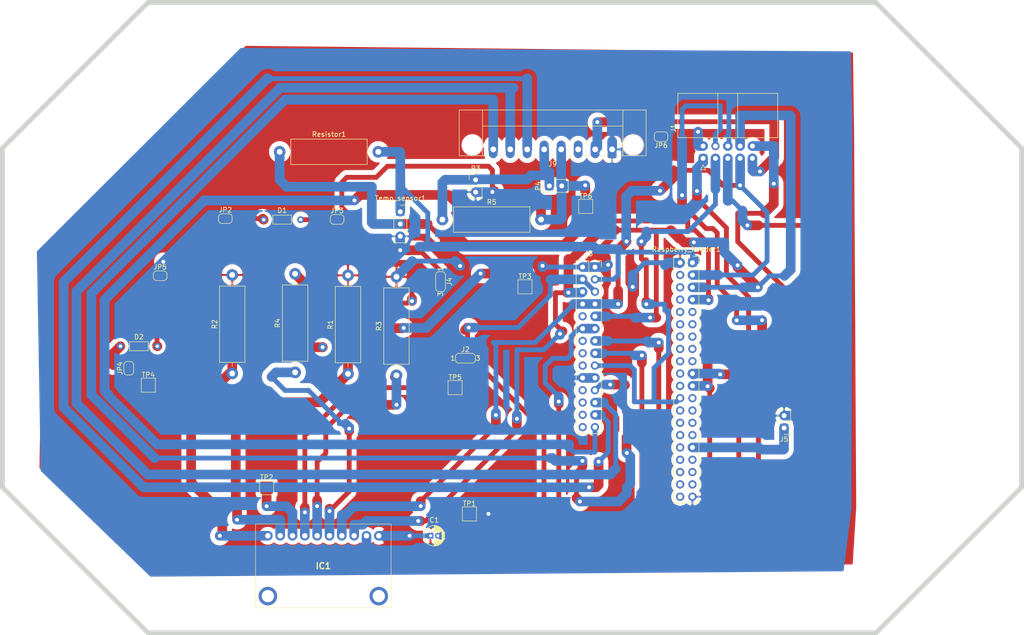
<source format=kicad_pcb>
(kicad_pcb (version 20171130) (host pcbnew "(5.1.9-0-10_14)")
  (layers (0 F.Cu mixed) (1 In1.Cu signal hide) (2 In2.Cu signal hide) (31 B.Cu mixed) (34 B.Paste user) (35 F.Paste user) (36 B.SilkS user) (37 F.SilkS user) (38 B.Mask user) (39 F.Mask user) (44 Edge.Cuts user))
  (net 0 "")
  (net 1 +5V)
  (net 2 GND)
  (net 3 MISO)
  (net 4 SCK)
  (net 5 A_V_D_EXT)
  (net 6 SDA)
  (net 7 /Vin)
  (net 8 MOSI)
  (net 9 SCL)
  (net 10 ~A_CS)
  (net 11 A_V_D_LOC)
  (net 12 A_V_D)
  (net 13 +3V3)
  (net 14 "Net-(J3-Pad14)")
  (net 15 "Net-(J3-Pad18)")
  (net 16 A_I+)
  (net 17 A_V+)
  (net 18 "Net-(J3-Pad24)")
  (net 19 A_V-)
  (net 20 "Net-(J3-Pad26)")
  (net 21 A_I-)
  (net 22 "Net-(J3-Pad28)")
  (net 23 "Net-(J4-Pad2)")
  (net 24 "Net-(J9-Pad3)")
  (net 25 A_I-_EXT)
  (net 26 "Net-(D1-Pad1)")
  (net 27 "Net-(D1-Pad2)")
  (net 28 "Net-(D2-Pad1)")
  (net 29 "Net-(D2-Pad2)")
  (net 30 "Net-(Raspberry_header1-Pad4)")
  (net 31 CLK0)
  (net 32 "Net-(Raspberry_header1-Pad8)")
  (net 33 "Net-(Raspberry_header1-Pad9)")
  (net 34 "Net-(Raspberry_header1-Pad10)")
  (net 35 "Net-(Raspberry_header1-Pad11)")
  (net 36 "Net-(Raspberry_header1-Pad12)")
  (net 37 "Net-(Raspberry_header1-Pad13)")
  (net 38 "Net-(Raspberry_header1-Pad14)")
  (net 39 "Net-(Raspberry_header1-Pad15)")
  (net 40 "Net-(Raspberry_header1-Pad16)")
  (net 41 "Net-(Raspberry_header1-Pad17)")
  (net 42 "Net-(Raspberry_header1-Pad18)")
  (net 43 "Net-(Raspberry_header1-Pad20)")
  (net 44 "Net-(Raspberry_header1-Pad22)")
  (net 45 SCLK)
  (net 46 "Net-(Raspberry_header1-Pad25)")
  (net 47 "Net-(Raspberry_header1-Pad26)")
  (net 48 "Net-(Raspberry_header1-Pad27)")
  (net 49 "Net-(Raspberry_header1-Pad28)")
  (net 50 "Net-(Raspberry_header1-Pad29)")
  (net 51 "Net-(Raspberry_header1-Pad30)")
  (net 52 GPIO6)
  (net 53 "Net-(Raspberry_header1-Pad32)")
  (net 54 "Net-(Raspberry_header1-Pad33)")
  (net 55 "Net-(Raspberry_header1-Pad34)")
  (net 56 "Net-(Raspberry_header1-Pad35)")
  (net 57 "Net-(Raspberry_header1-Pad36)")
  (net 58 "Net-(Raspberry_header1-Pad37)")
  (net 59 "Net-(Raspberry_header1-Pad38)")
  (net 60 "Net-(Raspberry_header1-Pad40)")
  (net 61 "Net-(J3-Pad10)")
  (net 62 "Net-(J3-Pad22)")
  (net 63 "Net-(Raspberry_header1-Pad6)")
  (net 64 "Net-(IC1-Pad9)")
  (net 65 "Net-(IC1-Pad10)")
  (net 66 "Net-(IC1-Pad6)")
  (net 67 "Net-(IC1-Pad5)")
  (net 68 "Net-(IC1-Pad8)")
  (net 69 "Net-(IC1-PadMH2)")
  (net 70 "Net-(IC1-PadMH1)")
  (net 71 "Net-(J3-Pad16)")
  (module base8x:ADS1115 (layer F.Cu) (at -282.448 109.982 180)
    (fp_text reference IC1 (at 11.43 -6.223) (layer F.SilkS) (effects (font (size 1.27 1.27) (thickness 0.254))))
    (fp_text value ADS1115 hide)
    (pad MH2 thru_hole circle (at 22.86 -12.446 180) (size 3.81 3.81) (drill 2.54) (layers *.Cu *.Mask) (net 69 "Net-(IC1-PadMH2)"))
    (pad MH1 thru_hole circle (at 0 -12.446 180) (size 3.81 3.81) (drill 2.54) (layers *.Cu *.Mask) (net 70 "Net-(IC1-PadMH1)"))
    (pad 10 thru_hole circle (at 22.86 0 180) (size 1.665 1.665) (drill 1.11) (layers *.Cu *.Mask) (net 65 "Net-(IC1-Pad10)"))
    (pad 9 thru_hole circle (at 20.32 0 180) (size 1.665 1.665) (drill 1.11) (layers *.Cu *.Mask) (net 64 "Net-(IC1-Pad9)"))
    (pad 8 thru_hole circle (at 17.78 0 180) (size 1.665 1.665) (drill 1.11) (layers *.Cu *.Mask) (net 68 "Net-(IC1-Pad8)"))
    (pad 7 thru_hole circle (at 15.24 0 180) (size 1.665 1.665) (drill 1.11) (layers *.Cu *.Mask) (net 11 A_V_D_LOC))
    (pad 6 thru_hole circle (at 12.7 0 180) (size 1.665 1.665) (drill 1.11) (layers *.Cu *.Mask) (net 66 "Net-(IC1-Pad6)"))
    (pad 5 thru_hole circle (at 10.16 0 180) (size 1.665 1.665) (drill 1.11) (layers *.Cu *.Mask) (net 67 "Net-(IC1-Pad5)"))
    (pad 4 thru_hole circle (at 7.62 0 180) (size 1.665 1.665) (drill 1.11) (layers *.Cu *.Mask) (net 6 SDA))
    (pad 3 thru_hole circle (at 5.08 0 180) (size 1.665 1.665) (drill 1.11) (layers *.Cu *.Mask) (net 9 SCL))
    (pad 2 thru_hole circle (at 2.54 0 180) (size 1.665 1.665) (drill 1.11) (layers *.Cu *.Mask) (net 2 GND))
    (pad 1 thru_hole circle (at 0 0 180) (size 1.665 1.665) (drill 1.11) (layers *.Cu *.Mask) (net 1 +5V))
  )
  (module Connector_PinSocket_2.54mm:PinSocket_2x20_P2.54mm_Vertical (layer F.Cu) (at -217.82 53.67)
    (fp_text reference Raspberry_header1 (at -1.27 -2.77) (layer F.SilkS))
    (fp_text value Conn_02x20_Odd_Even)
    (pad 40 thru_hole oval (at -2.54 48.26) (size 1.7 1.7) (drill 1) (layers *.Cu *.Mask) (net 60 "Net-(Raspberry_header1-Pad40)"))
    (pad 39 thru_hole oval (at 0 48.26) (size 1.7 1.7) (drill 1) (layers *.Cu *.Mask) (net 2 GND))
    (pad 38 thru_hole oval (at -2.54 45.72) (size 1.7 1.7) (drill 1) (layers *.Cu *.Mask) (net 59 "Net-(Raspberry_header1-Pad38)"))
    (pad 37 thru_hole oval (at 0 45.72) (size 1.7 1.7) (drill 1) (layers *.Cu *.Mask) (net 58 "Net-(Raspberry_header1-Pad37)"))
    (pad 36 thru_hole oval (at -2.54 43.18) (size 1.7 1.7) (drill 1) (layers *.Cu *.Mask) (net 57 "Net-(Raspberry_header1-Pad36)"))
    (pad 35 thru_hole oval (at 0 43.18) (size 1.7 1.7) (drill 1) (layers *.Cu *.Mask) (net 56 "Net-(Raspberry_header1-Pad35)"))
    (pad 34 thru_hole oval (at -2.54 40.64) (size 1.7 1.7) (drill 1) (layers *.Cu *.Mask) (net 55 "Net-(Raspberry_header1-Pad34)"))
    (pad 33 thru_hole oval (at 0 40.64) (size 1.7 1.7) (drill 1) (layers *.Cu *.Mask) (net 54 "Net-(Raspberry_header1-Pad33)"))
    (pad 32 thru_hole oval (at -2.54 38.1) (size 1.7 1.7) (drill 1) (layers *.Cu *.Mask) (net 53 "Net-(Raspberry_header1-Pad32)"))
    (pad 31 thru_hole oval (at 0 38.1) (size 1.7 1.7) (drill 1) (layers *.Cu *.Mask) (net 52 GPIO6))
    (pad 30 thru_hole oval (at -2.54 35.56) (size 1.7 1.7) (drill 1) (layers *.Cu *.Mask) (net 51 "Net-(Raspberry_header1-Pad30)"))
    (pad 29 thru_hole oval (at 0 35.56) (size 1.7 1.7) (drill 1) (layers *.Cu *.Mask) (net 50 "Net-(Raspberry_header1-Pad29)"))
    (pad 28 thru_hole oval (at -2.54 33.02) (size 1.7 1.7) (drill 1) (layers *.Cu *.Mask) (net 49 "Net-(Raspberry_header1-Pad28)"))
    (pad 27 thru_hole oval (at 0 33.02) (size 1.7 1.7) (drill 1) (layers *.Cu *.Mask) (net 48 "Net-(Raspberry_header1-Pad27)"))
    (pad 26 thru_hole oval (at -2.54 30.48) (size 1.7 1.7) (drill 1) (layers *.Cu *.Mask) (net 47 "Net-(Raspberry_header1-Pad26)"))
    (pad 25 thru_hole oval (at 0 30.48) (size 1.7 1.7) (drill 1) (layers *.Cu *.Mask) (net 46 "Net-(Raspberry_header1-Pad25)"))
    (pad 24 thru_hole oval (at -2.54 27.94) (size 1.7 1.7) (drill 1) (layers *.Cu *.Mask) (net 4 SCK))
    (pad 23 thru_hole oval (at 0 27.94) (size 1.7 1.7) (drill 1) (layers *.Cu *.Mask) (net 45 SCLK))
    (pad 22 thru_hole oval (at -2.54 25.4) (size 1.7 1.7) (drill 1) (layers *.Cu *.Mask) (net 44 "Net-(Raspberry_header1-Pad22)"))
    (pad 21 thru_hole oval (at 0 25.4) (size 1.7 1.7) (drill 1) (layers *.Cu *.Mask) (net 3 MISO))
    (pad 20 thru_hole oval (at -2.54 22.86) (size 1.7 1.7) (drill 1) (layers *.Cu *.Mask) (net 43 "Net-(Raspberry_header1-Pad20)"))
    (pad 19 thru_hole oval (at 0 22.86) (size 1.7 1.7) (drill 1) (layers *.Cu *.Mask) (net 8 MOSI))
    (pad 18 thru_hole oval (at -2.54 20.32) (size 1.7 1.7) (drill 1) (layers *.Cu *.Mask) (net 42 "Net-(Raspberry_header1-Pad18)"))
    (pad 17 thru_hole oval (at 0 20.32) (size 1.7 1.7) (drill 1) (layers *.Cu *.Mask) (net 41 "Net-(Raspberry_header1-Pad17)"))
    (pad 16 thru_hole oval (at -2.54 17.78) (size 1.7 1.7) (drill 1) (layers *.Cu *.Mask) (net 40 "Net-(Raspberry_header1-Pad16)"))
    (pad 15 thru_hole oval (at 0 17.78) (size 1.7 1.7) (drill 1) (layers *.Cu *.Mask) (net 39 "Net-(Raspberry_header1-Pad15)"))
    (pad 14 thru_hole oval (at -2.54 15.24) (size 1.7 1.7) (drill 1) (layers *.Cu *.Mask) (net 38 "Net-(Raspberry_header1-Pad14)"))
    (pad 13 thru_hole oval (at 0 15.24) (size 1.7 1.7) (drill 1) (layers *.Cu *.Mask) (net 37 "Net-(Raspberry_header1-Pad13)"))
    (pad 12 thru_hole oval (at -2.54 12.7) (size 1.7 1.7) (drill 1) (layers *.Cu *.Mask) (net 36 "Net-(Raspberry_header1-Pad12)"))
    (pad 11 thru_hole oval (at 0 12.7) (size 1.7 1.7) (drill 1) (layers *.Cu *.Mask) (net 35 "Net-(Raspberry_header1-Pad11)"))
    (pad 10 thru_hole oval (at -2.54 10.16) (size 1.7 1.7) (drill 1) (layers *.Cu *.Mask) (net 34 "Net-(Raspberry_header1-Pad10)"))
    (pad 9 thru_hole oval (at 0 10.16) (size 1.7 1.7) (drill 1) (layers *.Cu *.Mask) (net 33 "Net-(Raspberry_header1-Pad9)"))
    (pad 8 thru_hole oval (at -2.54 7.62) (size 1.7 1.7) (drill 1) (layers *.Cu *.Mask) (net 32 "Net-(Raspberry_header1-Pad8)"))
    (pad 7 thru_hole oval (at 0 7.62) (size 1.7 1.7) (drill 1) (layers *.Cu *.Mask) (net 31 CLK0))
    (pad 6 thru_hole oval (at -2.54 5.08) (size 1.7 1.7) (drill 1) (layers *.Cu *.Mask) (net 63 "Net-(Raspberry_header1-Pad6)"))
    (pad 5 thru_hole oval (at 0 5.08) (size 1.7 1.7) (drill 1) (layers *.Cu *.Mask) (net 9 SCL))
    (pad 4 thru_hole oval (at -2.54 2.54) (size 1.7 1.7) (drill 1) (layers *.Cu *.Mask) (net 30 "Net-(Raspberry_header1-Pad4)"))
    (pad 3 thru_hole oval (at 0 2.54) (size 1.7 1.7) (drill 1) (layers *.Cu *.Mask) (net 6 SDA))
    (pad 2 thru_hole oval (at -2.54 0) (size 1.7 1.7) (drill 1) (layers *.Cu *.Mask) (net 1 +5V))
    (pad 1 thru_hole rect (at 0 0) (size 1.7 1.7) (drill 1) (layers *.Cu *.Mask) (net 13 +3V3))
  )
  (module Resistor_THT:R_Axial_DIN0204_L3.6mm_D1.6mm_P7.62mm_Horizontal (layer F.Cu) (at -335.69164 70.89852)
    (fp_text reference D2 (at 3.81 -1.92) (layer F.SilkS))
    (fp_text value BPW21)
    (pad 2 thru_hole oval (at 7.62 0) (size 1.4 1.4) (drill 0.7) (layers *.Cu *.Mask) (net 29 "Net-(D2-Pad2)"))
    (pad 1 thru_hole circle (at 0 0) (size 1.4 1.4) (drill 0.7) (layers *.Cu *.Mask) (net 28 "Net-(D2-Pad1)"))
  )
  (module Resistor_THT:R_Axial_DIN0204_L3.6mm_D1.6mm_P7.62mm_Horizontal (layer F.Cu) (at -306.17 44.8)
    (fp_text reference D1 (at 3.81 -1.92) (layer F.SilkS))
    (fp_text value BPW21)
    (pad 2 thru_hole oval (at 7.62 0) (size 1.4 1.4) (drill 0.7) (layers *.Cu *.Mask) (net 27 "Net-(D1-Pad2)"))
    (pad 1 thru_hole circle (at 0 0) (size 1.4 1.4) (drill 0.7) (layers *.Cu *.Mask) (net 26 "Net-(D1-Pad1)"))
  )
  (module Resistor_THT:R_Axial_DIN0516_L15.5mm_D5.0mm_P20.32mm_Horizontal (layer F.Cu) (at -302.87 30.81)
    (fp_text reference Resistor1 (at 10.16 -3.62) (layer F.SilkS))
    (fp_text value 4.7k)
    (pad 2 thru_hole oval (at 20.32 0) (size 2.4 2.4) (drill 1.2) (layers *.Cu *.Mask) (net 13 +3V3))
    (pad 1 thru_hole circle (at 0 0) (size 2.4 2.4) (drill 1.2) (layers *.Cu *.Mask) (net 31 CLK0))
  )
  (module Resistor_THT:R_Axial_DIN0516_L15.5mm_D5.0mm_P20.32mm_Horizontal (layer F.Cu) (at -269.3416 44.7802)
    (fp_text reference R5 (at 10.16 -3.62) (layer F.SilkS))
    (fp_text value 1)
    (pad 2 thru_hole oval (at 20.32 0) (size 2.4 2.4) (drill 1.2) (layers *.Cu *.Mask) (net 21 A_I-))
    (pad 1 thru_hole circle (at 0 0) (size 2.4 2.4) (drill 1.2) (layers *.Cu *.Mask) (net 25 A_I-_EXT))
  )
  (module Resistor_THT:R_Axial_DIN0516_L15.5mm_D5.0mm_P20.32mm_Horizontal (layer F.Cu) (at -299.69 76.29 90)
    (fp_text reference R4 (at 10.16 -3.62 90) (layer F.SilkS))
    (fp_text value 10K)
    (pad 2 thru_hole oval (at 20.32 0 90) (size 2.4 2.4) (drill 1.2) (layers *.Cu *.Mask) (net 23 "Net-(J4-Pad2)"))
    (pad 1 thru_hole circle (at 0 0 90) (size 2.4 2.4) (drill 1.2) (layers *.Cu *.Mask) (net 67 "Net-(IC1-Pad5)"))
  )
  (module Resistor_THT:R_Axial_DIN0516_L15.5mm_D5.0mm_P20.32mm_Horizontal (layer F.Cu) (at -278.81 76.9 90)
    (fp_text reference R3 (at 10.16 -3.62 90) (layer F.SilkS))
    (fp_text value 10K)
    (pad 2 thru_hole oval (at 20.32 0 90) (size 2.4 2.4) (drill 1.2) (layers *.Cu *.Mask) (net 1 +5V))
    (pad 1 thru_hole circle (at 0 0 90) (size 2.4 2.4) (drill 1.2) (layers *.Cu *.Mask) (net 66 "Net-(IC1-Pad6)"))
  )
  (module Resistor_THT:R_Axial_DIN0516_L15.5mm_D5.0mm_P20.32mm_Horizontal (layer F.Cu) (at -312.65 76.52 90)
    (fp_text reference R2 (at 10.16 -3.62 90) (layer F.SilkS))
    (fp_text value 1.2K)
    (pad 2 thru_hole oval (at 20.32 0 90) (size 2.4 2.4) (drill 1.2) (layers *.Cu *.Mask) (net 1 +5V))
    (pad 1 thru_hole circle (at 0 0 90) (size 2.4 2.4) (drill 1.2) (layers *.Cu *.Mask) (net 65 "Net-(IC1-Pad10)"))
  )
  (module Resistor_THT:R_Axial_DIN0516_L15.5mm_D5.0mm_P20.32mm_Horizontal (layer F.Cu) (at -288.79 76.6 90)
    (fp_text reference R1 (at 10.16 -3.62 90) (layer F.SilkS))
    (fp_text value 1.2K)
    (pad 2 thru_hole oval (at 20.32 0 90) (size 2.4 2.4) (drill 1.2) (layers *.Cu *.Mask) (net 1 +5V))
    (pad 1 thru_hole circle (at 0 0 90) (size 2.4 2.4) (drill 1.2) (layers *.Cu *.Mask) (net 64 "Net-(IC1-Pad9)"))
  )
  (module TestPoint:TestPoint_Pad_2.5x2.5mm (layer F.Cu) (at -266.72 79.44)
    (fp_text reference TP5 (at 0 -2.148) (layer F.SilkS))
    (fp_text value Test_Point)
    (pad 1 smd rect (at 0 0) (size 2.5 2.5) (layers F.Cu F.Mask) (net 11 A_V_D_LOC))
  )
  (module TestPoint:TestPoint_Pad_2.5x2.5mm (layer F.Cu) (at -329.936 78.93)
    (fp_text reference TP4 (at 0 -2.148) (layer F.SilkS))
    (fp_text value Test_Point)
    (pad 1 smd rect (at 0 0) (size 2.5 2.5) (layers F.Cu F.Mask) (net 65 "Net-(IC1-Pad10)"))
  )
  (module TestPoint:TestPoint_Pad_2.5x2.5mm (layer F.Cu) (at -252.32 58.64)
    (fp_text reference TP3 (at 0 -2.148) (layer F.SilkS))
    (fp_text value Test_Point)
    (pad 1 smd rect (at 0 0) (size 2.5 2.5) (layers F.Cu F.Mask) (net 64 "Net-(IC1-Pad9)"))
  )
  (module TestPoint:TestPoint_Pad_2.5x2.5mm (layer F.Cu) (at -305.562 100.076)
    (fp_text reference TP2 (at 0 -2.148) (layer F.SilkS))
    (fp_text value Test_Point)
    (pad 1 smd rect (at 0 0) (size 2.5 2.5) (layers F.Cu F.Mask) (net 68 "Net-(IC1-Pad8)"))
  )
  (module Connector_IDC:IDC-Header_2x05_P2.54mm_Horizontal (layer F.Cu) (at -215.6206 32.1564 90)
    (fp_text reference J1 (at 6.215 -6.1 90) (layer F.SilkS))
    (fp_text value Conn_02x05_Odd_Even)
    (pad 1 thru_hole roundrect (at 0 0 90) (size 1.7 1.7) (drill 1) (layers *.Cu *.Mask) (roundrect_rratio 0.1470588235294118) (net 3 MISO))
    (pad 3 thru_hole circle (at 0 2.54 90) (size 1.7 1.7) (drill 1) (layers *.Cu *.Mask) (net 4 SCK))
    (pad 5 thru_hole circle (at 0 5.08 90) (size 1.7 1.7) (drill 1) (layers *.Cu *.Mask) (net 5 A_V_D_EXT))
    (pad 7 thru_hole circle (at 0 7.62 90) (size 1.7 1.7) (drill 1) (layers *.Cu *.Mask) (net 6 SDA))
    (pad 9 thru_hole circle (at 0 10.16 90) (size 1.7 1.7) (drill 1) (layers *.Cu *.Mask) (net 7 /Vin))
    (pad 2 thru_hole circle (at 2.54 0 90) (size 1.7 1.7) (drill 1) (layers *.Cu *.Mask) (net 1 +5V))
    (pad 4 thru_hole circle (at 2.54 2.54 90) (size 1.7 1.7) (drill 1) (layers *.Cu *.Mask) (net 8 MOSI))
    (pad 6 thru_hole circle (at 2.54 5.08 90) (size 1.7 1.7) (drill 1) (layers *.Cu *.Mask) (net 2 GND))
    (pad 8 thru_hole circle (at 2.54 7.62 90) (size 1.7 1.7) (drill 1) (layers *.Cu *.Mask) (net 9 SCL))
    (pad 10 thru_hole circle (at 2.54 10.16 90) (size 1.7 1.7) (drill 1) (layers *.Cu *.Mask) (net 10 ~A_CS))
  )
  (module Jumper:SolderJumper-3_P1.3mm_Open_RoundedPad1.0x1.5mm_NumberLabels (layer F.Cu) (at -264.6045 73.3679)
    (fp_text reference J2 (at 0 -1.8) (layer F.SilkS))
    (fp_text value GS3)
    (fp_text user 3 (at 2.6 0) (layer F.SilkS))
    (fp_text user 1 (at -2.6 0) (layer F.SilkS))
    (pad 1 smd custom (at -1.3 0) (size 1 0.5) (layers F.Cu F.Mask) (net 11 A_V_D_LOC) (options (clearance outline) (anchor rect)) (primitives (gr_circle (center 0 0.25) (end 0.5 0.25) (width 0)) (gr_circle (center 0 -0.25) (end 0.5 -0.25) (width 0)) (gr_poly (pts (xy 0.55 -0.75) (xy 0 -0.75) (xy 0 0.75) (xy 0.55 0.75)) (width 0))))
    (pad 3 smd custom (at 1.3 0) (size 1 0.5) (layers F.Cu F.Mask) (net 5 A_V_D_EXT) (options (clearance outline) (anchor rect)) (primitives (gr_circle (center 0 0.25) (end 0.5 0.25) (width 0)) (gr_circle (center 0 -0.25) (end 0.5 -0.25) (width 0)) (gr_poly (pts (xy -0.55 -0.75) (xy 0 -0.75) (xy 0 0.75) (xy -0.55 0.75)) (width 0))))
    (pad 2 smd rect (at 0 0) (size 1 1.5) (layers F.Cu F.Mask) (net 12 A_V_D))
  )
  (module Connector_PinSocket_2.54mm:PinSocket_2x14_P2.54mm_Vertical (layer F.Cu) (at -237.91 54.57)
    (fp_text reference J3 (at -1.27 -2.77) (layer F.SilkS))
    (fp_text value Conn_02x14_Counter_Clockwise)
    (pad 1 thru_hole rect (at 0 0) (size 1.7 1.7) (drill 1) (layers *.Mask B.Cu) (net 1 +5V))
    (pad 2 thru_hole oval (at -2.54 0) (size 1.7 1.7) (drill 1) (layers *.Mask B.Cu) (net 1 +5V))
    (pad 3 thru_hole oval (at 0 2.54) (size 1.7 1.7) (drill 1) (layers *.Cu *.Mask) (net 13 +3V3))
    (pad 4 thru_hole oval (at -2.54 2.54) (size 1.7 1.7) (drill 1) (layers *.Cu *.Mask) (net 12 A_V_D))
    (pad 5 thru_hole oval (at 0 5.08) (size 1.7 1.7) (drill 1) (layers *.Cu *.Mask) (net 12 A_V_D))
    (pad 6 thru_hole oval (at -2.54 5.08) (size 1.7 1.7) (drill 1) (layers *.Cu *.Mask) (net 9 SCL))
    (pad 7 thru_hole oval (at 0 7.62) (size 1.7 1.7) (drill 1) (layers *.Cu *.Mask) (net 6 SDA))
    (pad 8 thru_hole oval (at -2.54 7.62) (size 1.7 1.7) (drill 1) (layers *.Cu *.Mask) (net 6 SDA))
    (pad 9 thru_hole oval (at 0 10.16) (size 1.7 1.7) (drill 1) (layers *.Cu *.Mask) (net 9 SCL))
    (pad 10 thru_hole oval (at -2.54 10.16) (size 1.7 1.7) (drill 1) (layers *.Cu *.Mask) (net 61 "Net-(J3-Pad10)"))
    (pad 11 thru_hole oval (at 0 12.7) (size 1.7 1.7) (drill 1) (layers *.Cu *.Mask) (net 10 ~A_CS))
    (pad 12 thru_hole oval (at -2.54 12.7) (size 1.7 1.7) (drill 1) (layers *.Cu *.Mask) (net 10 ~A_CS))
    (pad 13 thru_hole oval (at 0 15.24) (size 1.7 1.7) (drill 1) (layers *.Cu *.Mask) (net 3 MISO))
    (pad 14 thru_hole oval (at -2.54 15.24) (size 1.7 1.7) (drill 1) (layers *.Cu *.Mask) (net 14 "Net-(J3-Pad14)"))
    (pad 15 thru_hole oval (at 0 17.78) (size 1.7 1.7) (drill 1) (layers *.Cu *.Mask) (net 8 MOSI))
    (pad 16 thru_hole oval (at -2.54 17.78) (size 1.7 1.7) (drill 1) (layers *.Cu *.Mask) (net 71 "Net-(J3-Pad16)"))
    (pad 17 thru_hole oval (at 0 20.32) (size 1.7 1.7) (drill 1) (layers *.Cu *.Mask) (net 4 SCK))
    (pad 18 thru_hole oval (at -2.54 20.32) (size 1.7 1.7) (drill 1) (layers *.Cu *.Mask) (net 15 "Net-(J3-Pad18)"))
    (pad 19 thru_hole oval (at 0 22.86) (size 1.7 1.7) (drill 1) (layers *.Cu *.Mask) (net 2 GND))
    (pad 20 thru_hole oval (at -2.54 22.86) (size 1.7 1.7) (drill 1) (layers *.Cu *.Mask) (net 2 GND))
    (pad 21 thru_hole oval (at 0 25.4) (size 1.7 1.7) (drill 1) (layers *.Cu *.Mask) (net 16 A_I+))
    (pad 22 thru_hole oval (at -2.54 25.4) (size 1.7 1.7) (drill 1) (layers *.Cu *.Mask) (net 62 "Net-(J3-Pad22)"))
    (pad 23 thru_hole oval (at 0 27.94) (size 1.7 1.7) (drill 1) (layers *.Cu *.Mask) (net 17 A_V+))
    (pad 24 thru_hole oval (at -2.54 27.94) (size 1.7 1.7) (drill 1) (layers *.Cu *.Mask) (net 18 "Net-(J3-Pad24)"))
    (pad 25 thru_hole oval (at 0 30.48) (size 1.7 1.7) (drill 1) (layers *.Cu *.Mask) (net 19 A_V-))
    (pad 26 thru_hole oval (at -2.54 30.48) (size 1.7 1.7) (drill 1) (layers *.Cu *.Mask) (net 20 "Net-(J3-Pad26)"))
    (pad 27 thru_hole oval (at 0 33.02) (size 1.7 1.7) (drill 1) (layers *.Cu *.Mask) (net 21 A_I-))
    (pad 28 thru_hole oval (at -2.54 33.02) (size 1.7 1.7) (drill 1) (layers *.Cu *.Mask) (net 22 "Net-(J3-Pad28)"))
  )
  (module Jumper:SolderJumper-3_P1.3mm_Open_RoundedPad1.0x1.5mm_NumberLabels (layer F.Cu) (at -269.72 57.57 270)
    (fp_text reference J4 (at 0 -1.8 270) (layer F.SilkS))
    (fp_text value GS3)
    (fp_text user 1 (at -2.6 0 270) (layer F.SilkS))
    (fp_text user 3 (at 2.6 0 270) (layer F.SilkS))
    (pad 2 smd rect (at 0 0 270) (size 1 1.5) (layers F.Cu F.Mask) (net 23 "Net-(J4-Pad2)"))
    (pad 3 smd custom (at 1.3 0 270) (size 1 0.5) (layers F.Cu F.Mask) (net 1 +5V) (options (clearance outline) (anchor rect)) (primitives (gr_circle (center 0 0.25) (end 0.5 0.25) (width 0)) (gr_circle (center 0 -0.25) (end 0.5 -0.25) (width 0)) (gr_poly (pts (xy -0.55 -0.75) (xy 0 -0.75) (xy 0 0.75) (xy -0.55 0.75)) (width 0))))
    (pad 1 smd custom (at -1.3 0 270) (size 1 0.5) (layers F.Cu F.Mask) (net 2 GND) (options (clearance outline) (anchor rect)) (primitives (gr_circle (center 0 0.25) (end 0.5 0.25) (width 0)) (gr_circle (center 0 -0.25) (end 0.5 -0.25) (width 0)) (gr_poly (pts (xy 0.55 -0.75) (xy 0 -0.75) (xy 0 0.75) (xy 0.55 0.75)) (width 0))))
  )
  (module Connector_Phoenix_MC:PhoenixContact_MC_1,5_8-GF-3.5_1x08_P3.50mm_Horizontal_ThreadedFlange_MountHole (layer F.Cu) (at -234.3658 30.3022 180)
    (fp_text reference J9 (at 12.25 -3 180) (layer F.SilkS))
    (fp_text value Screw_Terminal_01x08)
    (pad 1 thru_hole roundrect (at 0 0 180) (size 1.8 3.6) (drill 1.2) (layers *.Cu *.Mask) (roundrect_rratio 0.1388888888888889) (net 2 GND))
    (pad 2 thru_hole oval (at 3.5 0 180) (size 1.8 3.6) (drill 1.2) (layers *.Cu *.Mask) (net 7 /Vin))
    (pad 3 thru_hole oval (at 7 0 180) (size 1.8 3.6) (drill 1.2) (layers *.Cu *.Mask) (net 24 "Net-(J9-Pad3)"))
    (pad 4 thru_hole oval (at 10.5 0 180) (size 1.8 3.6) (drill 1.2) (layers *.Cu *.Mask) (net 21 A_I-))
    (pad 5 thru_hole oval (at 14 0 180) (size 1.8 3.6) (drill 1.2) (layers *.Cu *.Mask) (net 25 A_I-_EXT))
    (pad 6 thru_hole oval (at 17.5 0 180) (size 1.8 3.6) (drill 1.2) (layers *.Cu *.Mask) (net 19 A_V-))
    (pad 7 thru_hole oval (at 21 0 180) (size 1.8 3.6) (drill 1.2) (layers *.Cu *.Mask) (net 17 A_V+))
    (pad 8 thru_hole oval (at 24.5 0 180) (size 1.8 3.6) (drill 1.2) (layers *.Cu *.Mask) (net 16 A_I+))
    (pad "" np_thru_hole circle (at -4.3 0.9 180) (size 2.4 2.4) (drill 2.4) (layers *.Cu *.Mask))
    (pad "" np_thru_hole circle (at 28.8 0.9 180) (size 2.4 2.4) (drill 2.4) (layers *.Cu *.Mask))
  )
  (module Jumper:SolderJumper-2_P1.3mm_Open_RoundedPad1.0x1.5mm (layer F.Cu) (at -314.07 44.59)
    (fp_text reference JP2 (at 0 -1.8) (layer F.SilkS))
    (fp_text value Jumper_NO_Small)
    (pad 1 smd custom (at -0.65 0) (size 1 0.5) (layers F.Cu F.Mask) (net 64 "Net-(IC1-Pad9)") (options (clearance outline) (anchor rect)) (primitives (gr_circle (center 0 0.25) (end 0.5 0.25) (width 0)) (gr_circle (center 0 -0.25) (end 0.5 -0.25) (width 0)) (gr_poly (pts (xy 0 -0.75) (xy 0.5 -0.75) (xy 0.5 0.75) (xy 0 0.75)) (width 0))))
    (pad 2 smd custom (at 0.65 0) (size 1 0.5) (layers F.Cu F.Mask) (net 26 "Net-(D1-Pad1)") (options (clearance outline) (anchor rect)) (primitives (gr_circle (center 0 0.25) (end 0.5 0.25) (width 0)) (gr_circle (center 0 -0.25) (end 0.5 -0.25) (width 0)) (gr_poly (pts (xy 0 -0.75) (xy -0.5 -0.75) (xy -0.5 0.75) (xy 0 0.75)) (width 0))))
  )
  (module Jumper:SolderJumper-2_P1.3mm_Open_RoundedPad1.0x1.5mm (layer F.Cu) (at -291.04 44.75)
    (fp_text reference JP3 (at 0 -1.8) (layer F.SilkS))
    (fp_text value Jumper_NO_Small)
    (pad 2 smd custom (at 0.65 0) (size 1 0.5) (layers F.Cu F.Mask) (net 2 GND) (options (clearance outline) (anchor rect)) (primitives (gr_circle (center 0 0.25) (end 0.5 0.25) (width 0)) (gr_circle (center 0 -0.25) (end 0.5 -0.25) (width 0)) (gr_poly (pts (xy 0 -0.75) (xy -0.5 -0.75) (xy -0.5 0.75) (xy 0 0.75)) (width 0))))
    (pad 1 smd custom (at -0.65 0) (size 1 0.5) (layers F.Cu F.Mask) (net 27 "Net-(D1-Pad2)") (options (clearance outline) (anchor rect)) (primitives (gr_circle (center 0 0.25) (end 0.5 0.25) (width 0)) (gr_circle (center 0 -0.25) (end 0.5 -0.25) (width 0)) (gr_poly (pts (xy 0 -0.75) (xy 0.5 -0.75) (xy 0.5 0.75) (xy 0 0.75)) (width 0))))
  )
  (module Jumper:SolderJumper-2_P1.3mm_Open_RoundedPad1.0x1.5mm (layer F.Cu) (at -333.9746 75.4375 90)
    (fp_text reference JP4 (at 0 -1.8 90) (layer F.SilkS))
    (fp_text value Jumper_NO_Small)
    (pad 1 smd custom (at -0.65 0 90) (size 1 0.5) (layers F.Cu F.Mask) (net 65 "Net-(IC1-Pad10)") (options (clearance outline) (anchor rect)) (primitives (gr_circle (center 0 0.25) (end 0.5 0.25) (width 0)) (gr_circle (center 0 -0.25) (end 0.5 -0.25) (width 0)) (gr_poly (pts (xy 0 -0.75) (xy 0.5 -0.75) (xy 0.5 0.75) (xy 0 0.75)) (width 0))))
    (pad 2 smd custom (at 0.65 0 90) (size 1 0.5) (layers F.Cu F.Mask) (net 28 "Net-(D2-Pad1)") (options (clearance outline) (anchor rect)) (primitives (gr_circle (center 0 0.25) (end 0.5 0.25) (width 0)) (gr_circle (center 0 -0.25) (end 0.5 -0.25) (width 0)) (gr_poly (pts (xy 0 -0.75) (xy -0.5 -0.75) (xy -0.5 0.75) (xy 0 0.75)) (width 0))))
  )
  (module Jumper:SolderJumper-2_P1.3mm_Open_RoundedPad1.0x1.5mm (layer F.Cu) (at -327.5 56.37)
    (fp_text reference JP5 (at 0 -1.8) (layer F.SilkS))
    (fp_text value Jumper_NO_Small)
    (pad 1 smd custom (at -0.65 0) (size 1 0.5) (layers F.Cu F.Mask) (net 29 "Net-(D2-Pad2)") (options (clearance outline) (anchor rect)) (primitives (gr_circle (center 0 0.25) (end 0.5 0.25) (width 0)) (gr_circle (center 0 -0.25) (end 0.5 -0.25) (width 0)) (gr_poly (pts (xy 0 -0.75) (xy 0.5 -0.75) (xy 0.5 0.75) (xy 0 0.75)) (width 0))))
    (pad 2 smd custom (at 0.65 0) (size 1 0.5) (layers F.Cu F.Mask) (net 2 GND) (options (clearance outline) (anchor rect)) (primitives (gr_circle (center 0 0.25) (end 0.5 0.25) (width 0)) (gr_circle (center 0 -0.25) (end 0.5 -0.25) (width 0)) (gr_poly (pts (xy 0 -0.75) (xy -0.5 -0.75) (xy -0.5 0.75) (xy 0 0.75)) (width 0))))
  )
  (module Jumper:SolderJumper-2_P1.3mm_Open_RoundedPad1.0x1.5mm (layer F.Cu) (at -224.282 27.686 180)
    (fp_text reference JP6 (at 0 -1.8 180) (layer F.SilkS))
    (fp_text value Jumper_NO_Small)
    (pad 2 smd custom (at 0.65 0 180) (size 1 0.5) (layers F.Cu F.Mask) (net 7 /Vin) (options (clearance outline) (anchor rect)) (primitives (gr_circle (center 0 0.25) (end 0.5 0.25) (width 0)) (gr_circle (center 0 -0.25) (end 0.5 -0.25) (width 0)) (gr_poly (pts (xy 0 -0.75) (xy -0.5 -0.75) (xy -0.5 0.75) (xy 0 0.75)) (width 0))))
    (pad 1 smd custom (at -0.65 0 180) (size 1 0.5) (layers F.Cu F.Mask) (net 1 +5V) (options (clearance outline) (anchor rect)) (primitives (gr_circle (center 0 0.25) (end 0.5 0.25) (width 0)) (gr_circle (center 0 -0.25) (end 0.5 -0.25) (width 0)) (gr_poly (pts (xy 0 -0.75) (xy 0.5 -0.75) (xy 0.5 0.75) (xy 0 0.75)) (width 0))))
  )
  (module Connector_PinHeader_2.54mm:PinHeader_1x02_P2.54mm_Vertical (layer F.Cu) (at -262.5 36.58)
    (fp_text reference P3 (at 0 -2.33) (layer F.SilkS))
    (fp_text value CONN_01X02)
    (pad 2 thru_hole oval (at 0 2.54) (size 1.7 1.7) (drill 1) (layers *.Cu *.Mask) (net 2 GND))
    (pad 1 thru_hole rect (at 0 0) (size 1.7 1.7) (drill 1) (layers *.Cu *.Mask) (net 25 A_I-_EXT))
  )
  (module Connector_PinHeader_2.54mm:PinHeader_1x02_P2.54mm_Vertical (layer F.Cu) (at -247.3 37.84 90)
    (fp_text reference P4 (at 0 -2.33 90) (layer F.SilkS))
    (fp_text value CONN_01X02)
    (pad 1 thru_hole rect (at 0 0 90) (size 1.7 1.7) (drill 1) (layers *.Cu *.Mask) (net 25 A_I-_EXT))
    (pad 2 thru_hole oval (at 0 2.54 90) (size 1.7 1.7) (drill 1) (layers *.Cu *.Mask) (net 21 A_I-))
  )
  (module Connector_PinSocket_2.54mm:PinSocket_1x03_P2.54mm_Vertical (layer F.Cu) (at -278.02 43.15)
    (fp_text reference Temp_sensor1 (at 0 -2.77) (layer F.SilkS))
    (fp_text value Conn_01x03_Female)
    (pad 1 thru_hole rect (at 0 0) (size 1.7 1.7) (drill 1) (layers *.Cu *.Mask) (net 13 +3V3))
    (pad 2 thru_hole oval (at 0 2.54) (size 1.7 1.7) (drill 1) (layers *.Cu *.Mask) (net 31 CLK0))
    (pad 3 thru_hole oval (at 0 5.08) (size 1.7 1.7) (drill 1) (layers *.Cu *.Mask) (net 2 GND))
  )
  (module TestPoint:TestPoint_Pad_2.5x2.5mm (layer F.Cu) (at -263.78 105.48)
    (fp_text reference TP1 (at 0 -2.148) (layer F.SilkS))
    (fp_text value Test_Point)
    (pad 1 smd rect (at 0 0) (size 2.5 2.5) (layers F.Cu F.Mask) (net 2 GND))
  )
  (module TestPoint:TestPoint_Pad_2.5x2.5mm (layer F.Cu) (at -239.81 42.08)
    (fp_text reference TP6 (at 0 -2.148) (layer F.SilkS))
    (fp_text value Test_Point)
    (pad 1 smd rect (at 0 0) (size 2.5 2.5) (layers F.Cu F.Mask) (net 21 A_I-))
  )
  (module Capacitor_THT:CP_Radial_D4.0mm_P1.50mm (layer F.Cu) (at -271.78 109.982)
    (fp_text reference C1 (at 0.75 -3.25) (layer F.SilkS))
    (fp_text value 1uF)
    (pad 1 thru_hole rect (at 0 0) (size 1.2 1.2) (drill 0.6) (layers *.Cu *.Mask) (net 1 +5V))
    (pad 2 thru_hole circle (at 1.5 0) (size 1.2 1.2) (drill 0.6) (layers *.Cu *.Mask) (net 2 GND))
  )
  (module Connector_PinHeader_2.54mm:PinHeader_1x02_P2.54mm_Vertical (layer F.Cu) (at -198.93 87.75 180)
    (fp_text reference J5 (at 0 -2.33) (layer F.SilkS))
    (fp_text value Conn_01x02)
    (pad 1 thru_hole rect (at 0 0 180) (size 1.7 1.7) (drill 1) (layers *.Cu *.Mask) (net 52 GPIO6))
    (pad 2 thru_hole oval (at 0 2.54 180) (size 1.7 1.7) (drill 1) (layers *.Cu *.Mask) (net 2 GND))
  )
  (gr_line (start -180 0) (end -150 30) (angle 90) (layer Edge.Cuts) (width 1))
  (gr_line (start -360 100) (end -330 130) (angle 90) (layer Edge.Cuts) (width 1))
  (gr_line (start -330 0) (end -360 30) (angle 90) (layer Edge.Cuts) (width 1))
  (gr_line (start -360 30) (end -360 100) (angle 90) (layer Edge.Cuts) (width 1))
  (gr_line (start -150 100) (end -180 130) (angle 90) (layer Edge.Cuts) (width 1))
  (gr_line (start -150 30) (end -150 100) (angle 90) (layer Edge.Cuts) (width 1))
  (gr_line (start -330 0) (end -180 0) (angle 90) (layer Edge.Cuts) (width 1))
  (gr_line (start -330 130) (end -180 130) (angle 90) (layer Edge.Cuts) (width 1))
  (segment (start -237.91 54.57) (end -240.45 54.57) (width 2) (layer B.Cu) (net 1))
  (segment (start -220.5 53.81) (end -220.36 53.67) (width 2) (layer B.Cu) (net 1))
  (segment (start -223.632 27.686) (end -223.416 27.686) (width 1) (layer F.Cu) (net 1))
  (segment (start -220.36 53.67) (end -222.97 53.67) (width 2) (layer B.Cu) (net 1))
  (segment (start -222.97 53.67) (end -223.49 54.19) (width 2) (layer B.Cu) (net 1))
  (segment (start -210.5406 29.6006) (end -210.5406 29.6164) (width 2) (layer B.Cu) (net 2))
  (segment (start -278.02 48.23) (end -278.02 48.3) (width 2) (layer B.Cu) (net 2))
  (segment (start -278.02 48.3) (end -278.04 48.32) (width 2) (layer B.Cu) (net 2))
  (segment (start -278.04 48.32) (end -278.04 51.1) (width 2) (layer B.Cu) (net 2))
  (segment (start -282.448 109.982) (end -276.098 109.982) (width 2) (layer B.Cu) (net 1))
  (via (at -276.098 109.982) (size 1.8) (drill 0.8) (layers F.Cu B.Cu) (net 1))
  (segment (start -240.45 54.57) (end -248.706 54.57) (width 1) (layer B.Cu) (net 1))
  (segment (start -248.706 54.57) (end -248.706 54.316) (width 2) (layer B.Cu) (net 1))
  (via (at -248.706 54.316) (size 1.8) (drill 0.8) (layers F.Cu B.Cu) (net 1))
  (segment (start -276.098 109.982) (end -271.78 109.982) (width 1) (layer B.Cu) (net 1))
  (segment (start -269.72 58.87) (end -265.742 58.87) (width 1) (layer F.Cu) (net 1))
  (segment (start -265.742 58.87) (end -265.684 58.812) (width 1) (layer F.Cu) (net 1))
  (segment (start -265.684 58.812) (end -265.684 55.118) (width 1) (layer F.Cu) (net 1))
  (segment (start -265.684 55.118) (end -265.684 54.356) (width 2) (layer F.Cu) (net 1))
  (via (at -265.684 54.356) (size 1.8) (drill 0.8) (layers F.Cu B.Cu) (net 1))
  (segment (start -265.684 54.356) (end -266.7 53.34) (width 2) (layer B.Cu) (net 1))
  (segment (start -266.7 53.34) (end -275.57 53.34) (width 1) (layer B.Cu) (net 1))
  (segment (start -275.57 53.34) (end -278.81 56.58) (width 2) (layer B.Cu) (net 1))
  (segment (start -222.97 53.67) (end -227.66 53.67) (width 1) (layer B.Cu) (net 1))
  (segment (start -227.66 53.67) (end -230.124 56.134) (width 1) (layer B.Cu) (net 1))
  (via (at -230.124 58.674) (size 1.8) (drill 0.8) (layers F.Cu B.Cu) (net 1))
  (segment (start -230.124 56.134) (end -230.124 58.674) (width 2) (layer B.Cu) (net 1))
  (segment (start -237.91 54.57) (end -235.672 54.57) (width 2) (layer B.Cu) (net 1))
  (segment (start -235.672 54.57) (end -235.204 54.102) (width 2) (layer B.Cu) (net 1))
  (via (at -235.204 54.102) (size 1.8) (drill 0.8) (layers F.Cu B.Cu) (net 1))
  (segment (start -215.6206 29.6164) (end -216.5096 29.6164) (width 2) (layer B.Cu) (net 1))
  (segment (start -216.5096 29.6164) (end -216.662 29.464) (width 2) (layer B.Cu) (net 1))
  (segment (start -216.662 29.464) (end -216.662 28.072) (width 2) (layer B.Cu) (net 1))
  (segment (start -216.662 28.072) (end -216.662 26.67) (width 2) (layer B.Cu) (net 1))
  (segment (start -216.662 26.67) (end -216.662 26.67) (width 2) (layer B.Cu) (net 1))
  (via (at -216.662 26.67) (size 1.8) (drill 0.8) (layers F.Cu B.Cu) (net 1))
  (segment (start -263.78 105.48) (end -259.85 105.48) (width 2) (layer F.Cu) (net 2))
  (via (at -259.85 105.48) (size 1.8) (drill 0.8) (layers F.Cu B.Cu) (net 2))
  (segment (start -326.85 56.37) (end -326.85 53.47) (width 1) (layer F.Cu) (net 2))
  (via (at -326.85 53.47) (size 1.8) (drill 0.8) (layers F.Cu B.Cu) (net 2))
  (segment (start -262.5 39.12) (end -259.08 39.12) (width 2) (layer B.Cu) (net 2))
  (segment (start -259.08 39.12) (end -259.04 39.08) (width 2) (layer B.Cu) (net 2))
  (segment (start -259.04 39.08) (end -258.97 39.01) (width 2) (layer B.Cu) (net 2))
  (via (at -259.04 39.08) (size 1.8) (drill 0.8) (layers F.Cu B.Cu) (net 2))
  (via (at -278.04 51.1) (size 1.8) (drill 0.8) (layers F.Cu B.Cu) (net 2))
  (segment (start -278.04 51.1) (end -278.04 51.32) (width 2) (layer B.Cu) (net 2))
  (segment (start -278.04 51.1) (end -276.21 51.1) (width 2) (layer F.Cu) (net 2))
  (segment (start -198.93 85.21) (end -194.89 85.21) (width 2) (layer B.Cu) (net 2))
  (segment (start -276.21 51.1) (end -274.02 51.1) (width 2) (layer F.Cu) (net 2))
  (segment (start -278.1368 51.0032) (end -278.04 51.1) (width 2) (layer F.Cu) (net 2))
  (segment (start -282.218 51.0032) (end -278.1368 51.0032) (width 2) (layer F.Cu) (net 2))
  (segment (start -284.988 109.982) (end -284.988 112.014) (width 2) (layer B.Cu) (net 2))
  (segment (start -284.988 112.014) (end -284.988 112.268) (width 1) (layer B.Cu) (net 2))
  (segment (start -284.988 112.268) (end -282.702 114.554) (width 1) (layer B.Cu) (net 2))
  (segment (start -282.702 114.554) (end -270.256 114.554) (width 1) (layer B.Cu) (net 2))
  (segment (start -269.494 113.792) (end -269.494 109.982) (width 1) (layer B.Cu) (net 2))
  (segment (start -270.256 114.554) (end -269.494 113.792) (width 1) (layer B.Cu) (net 2))
  (segment (start -269.494 109.982) (end -267.208 109.982) (width 1) (layer B.Cu) (net 2))
  (segment (start -270.28 109.982) (end -269.494 109.982) (width 1) (layer B.Cu) (net 2))
  (segment (start -234.3658 30.3022) (end -234.3658 28.6258) (width 2) (layer B.Cu) (net 2))
  (segment (start -234.3658 30.3022) (end -234.3658 19.2278) (width 1) (layer B.Cu) (net 2))
  (segment (start -234.3658 19.2278) (end -234.0356 19.558) (width 1) (layer B.Cu) (net 2))
  (segment (start -234.0356 19.558) (end -210.312 19.558) (width 1) (layer B.Cu) (net 2))
  (segment (start -210.312 29.3878) (end -210.5406 29.6164) (width 1) (layer B.Cu) (net 2))
  (segment (start -210.312 19.558) (end -210.312 29.3878) (width 1) (layer B.Cu) (net 2))
  (segment (start -237.91 77.43) (end -240.45 77.43) (width 2) (layer B.Cu) (net 2))
  (segment (start -240.45 77.43) (end -245.15 77.43) (width 1) (layer B.Cu) (net 2))
  (segment (start -269.72 55.4) (end -274.02 51.1) (width 1) (layer F.Cu) (net 2))
  (segment (start -269.72 56.27) (end -269.72 55.4) (width 1) (layer F.Cu) (net 2))
  (segment (start -290.39 44.75) (end -287.57 44.75) (width 1) (layer F.Cu) (net 2))
  (segment (start -287.57 45.6512) (end -282.218 51.0032) (width 1) (layer F.Cu) (net 2))
  (segment (start -287.57 44.75) (end -287.57 45.6512) (width 1) (layer F.Cu) (net 2))
  (segment (start -259.04 39.08) (end -258.862 39.08) (width 2) (layer F.Cu) (net 2))
  (segment (start -258.862 39.08) (end -258.644 38.862) (width 2) (layer F.Cu) (net 2))
  (segment (start -259.04 39.08) (end -259.04 34.584) (width 1) (layer F.Cu) (net 2))
  (segment (start -259.04 34.584) (end -259.842 33.782) (width 1) (layer F.Cu) (net 2))
  (segment (start -259.842 33.782) (end -280.67 33.782) (width 1) (layer F.Cu) (net 2))
  (segment (start -280.67 33.782) (end -282.956 36.068) (width 1) (layer F.Cu) (net 2))
  (segment (start -282.956 36.068) (end -289.052 36.068) (width 1) (layer F.Cu) (net 2))
  (segment (start -289.052 36.068) (end -290.068 37.084) (width 1) (layer F.Cu) (net 2))
  (segment (start -290.068 42.252) (end -287.57 44.75) (width 1) (layer F.Cu) (net 2))
  (segment (start -290.068 37.084) (end -290.068 42.252) (width 1) (layer F.Cu) (net 2))
  (via (at -214.69 79.15) (size 1.8) (drill 0.8) (layers F.Cu B.Cu) (net 3))
  (segment (start -214.77 79.07) (end -214.69 79.15) (width 2) (layer B.Cu) (net 3))
  (segment (start -217.82 79.07) (end -214.77 79.07) (width 2) (layer B.Cu) (net 3))
  (segment (start -214.26 79.58) (end -214.69 79.15) (width 2) (layer F.Cu) (net 3))
  (segment (start -214.69 70.672) (end -214.612 70.75) (width 2) (layer F.Cu) (net 3))
  (segment (start -214.69 79.15) (end -214.69 70.672) (width 2) (layer F.Cu) (net 3))
  (segment (start -237.91 69.81) (end -235.244 69.81) (width 2) (layer B.Cu) (net 3))
  (segment (start -235.244 69.81) (end -227.116 69.81) (width 1) (layer B.Cu) (net 3))
  (via (at -224.758 70.136) (size 1.8) (drill 0.8) (layers F.Cu B.Cu) (net 3))
  (segment (start -226.79 70.136) (end -227.116 69.81) (width 2) (layer B.Cu) (net 3))
  (segment (start -224.758 70.136) (end -226.79 70.136) (width 2) (layer B.Cu) (net 3))
  (segment (start -216.132 41.17) (end -216.89 41.17) (width 1) (layer F.Cu) (net 3))
  (segment (start -210.82 46.482) (end -216.132 41.17) (width 1) (layer F.Cu) (net 3))
  (segment (start -210.82 56.134) (end -210.82 46.482) (width 1) (layer F.Cu) (net 3))
  (segment (start -206.248 60.706) (end -210.82 56.134) (width 1) (layer F.Cu) (net 3))
  (segment (start -206.248 70.478) (end -206.248 60.706) (width 1) (layer F.Cu) (net 3))
  (segment (start -206.442 70.672) (end -206.248 70.478) (width 1) (layer F.Cu) (net 3))
  (segment (start -214.69 70.672) (end -206.442 70.672) (width 1) (layer F.Cu) (net 3))
  (segment (start -224.758 70.136) (end -224.758 71.342) (width 2) (layer F.Cu) (net 3))
  (segment (start -224.758 71.342) (end -224.758 105.442) (width 1) (layer F.Cu) (net 3))
  (segment (start -224.758 105.442) (end -224.472 105.156) (width 1) (layer F.Cu) (net 3))
  (segment (start -224.472 105.156) (end -213.868 105.156) (width 1) (layer F.Cu) (net 3))
  (segment (start -214.26 104.764) (end -214.26 79.58) (width 1) (layer F.Cu) (net 3))
  (segment (start -213.868 105.156) (end -214.26 104.764) (width 1) (layer F.Cu) (net 3))
  (segment (start -216.89 41.17) (end -216.89 38.888) (width 2) (layer F.Cu) (net 3))
  (segment (start -216.89 38.888) (end -216.89 38.888) (width 2) (layer F.Cu) (net 3))
  (via (at -216.89 38.888) (size 1.8) (drill 0.8) (layers F.Cu B.Cu) (net 3))
  (segment (start -215.6206 32.1564) (end -215.6206 32.9946) (width 2) (layer B.Cu) (net 3))
  (segment (start -216.89 34.264) (end -216.89 38.888) (width 2) (layer B.Cu) (net 3))
  (segment (start -215.6206 32.9946) (end -216.89 34.264) (width 2) (layer B.Cu) (net 3))
  (segment (start -213.0806 38.5206) (end -213.0806 32.1564) (width 2) (layer B.Cu) (net 4))
  (segment (start -221.12 82.37) (end -220.36 81.61) (width 1) (layer B.Cu) (net 4))
  (segment (start -229.796 75.766) (end -229.796 82.37) (width 1) (layer B.Cu) (net 4))
  (segment (start -230.672 74.89) (end -229.796 75.766) (width 1) (layer B.Cu) (net 4))
  (segment (start -237.91 74.89) (end -230.672 74.89) (width 1) (layer B.Cu) (net 4))
  (segment (start -225.732 82.37) (end -225.732 75.364) (width 1) (layer B.Cu) (net 4))
  (segment (start -229.796 82.37) (end -225.732 82.37) (width 1) (layer B.Cu) (net 4))
  (segment (start -225.732 82.37) (end -221.12 82.37) (width 1) (layer B.Cu) (net 4))
  (segment (start -225.732 75.364) (end -222.758 72.39) (width 1) (layer B.Cu) (net 4))
  (segment (start -222.758 72.39) (end -222.758 63.5) (width 1) (layer B.Cu) (net 4))
  (segment (start -224.282 47.244) (end -227.33 47.244) (width 1) (layer B.Cu) (net 4))
  (segment (start -227.33 47.244) (end -227.33 48.006) (width 2) (layer B.Cu) (net 4))
  (segment (start -227.33 47.244) (end -227.33 48.26) (width 2) (layer B.Cu) (net 4))
  (segment (start -227.33 48.26) (end -228.346 49.276) (width 2) (layer B.Cu) (net 4))
  (via (at -228.346 49.276) (size 1.8) (drill 0.8) (layers F.Cu B.Cu) (net 4))
  (segment (start -228.346 49.276) (end -228.346 49.53) (width 2) (layer F.Cu) (net 4))
  (segment (start -228.346 49.276) (end -228.346 52.832) (width 1) (layer F.Cu) (net 4))
  (segment (start -222.758 63.5) (end -223.52 63.5) (width 1) (layer B.Cu) (net 4))
  (segment (start -223.52 63.5) (end -223.52 62.23) (width 1) (layer B.Cu) (net 4))
  (segment (start -223.52 62.23) (end -226.314 62.23) (width 1) (layer B.Cu) (net 4))
  (segment (start -226.314 62.23) (end -226.822 62.23) (width 2) (layer B.Cu) (net 4))
  (segment (start -226.314 62.23) (end -227.33 62.23) (width 2) (layer B.Cu) (net 4))
  (via (at -227.33 62.23) (size 1.8) (drill 0.8) (layers F.Cu B.Cu) (net 4))
  (segment (start -227.33 62.23) (end -227.33 61.722) (width 2) (layer F.Cu) (net 4))
  (segment (start -227.33 53.086) (end -227.33 61.722) (width 1) (layer F.Cu) (net 4))
  (segment (start -228.092 53.086) (end -228.346 52.832) (width 1) (layer F.Cu) (net 4))
  (segment (start -227.33 53.086) (end -228.092 53.086) (width 1) (layer F.Cu) (net 4))
  (segment (start -213.0806 38.5206) (end -213.0806 41.6306) (width 1) (layer B.Cu) (net 4))
  (segment (start -218.694 47.244) (end -224.282 47.244) (width 1) (layer B.Cu) (net 4))
  (segment (start -213.0806 41.6306) (end -218.694 47.244) (width 1) (layer B.Cu) (net 4))
  (segment (start -210.5406 40.8994) (end -210.4006 40.8994) (width 2) (layer B.Cu) (net 5))
  (segment (start -210.5406 32.1564) (end -210.5406 40.8994) (width 2) (layer B.Cu) (net 5))
  (segment (start -201.41 110.98) (end -191.32 100.89) (width 2) (layer F.Cu) (net 5))
  (segment (start -191.32 100.89) (end -191.32 45.28) (width 2) (layer F.Cu) (net 5))
  (segment (start -200.914 111.476) (end -201.41 110.98) (width 2) (layer F.Cu) (net 5))
  (segment (start -210.5406 40.8994) (end -209.5446 40.8994) (width 1) (layer B.Cu) (net 5))
  (segment (start -209.5446 40.8994) (end -207.518 42.926) (width 1) (layer B.Cu) (net 5))
  (segment (start -207.518 42.926) (end -207.518 44.958) (width 2) (layer B.Cu) (net 5))
  (segment (start -207.518 44.958) (end -206.502 45.974) (width 2) (layer B.Cu) (net 5))
  (via (at -206.502 45.974) (size 1.8) (drill 0.8) (layers F.Cu B.Cu) (net 5))
  (segment (start -206.502 45.974) (end -204.216 45.974) (width 2) (layer F.Cu) (net 5))
  (segment (start -192.014 45.974) (end -191.32 45.28) (width 1) (layer F.Cu) (net 5))
  (segment (start -204.216 45.974) (end -192.014 45.974) (width 1) (layer F.Cu) (net 5))
  (segment (start -202.698 112.268) (end -201.41 110.98) (width 1) (layer F.Cu) (net 5))
  (segment (start -263.3045 73.3679) (end -248.412 88.2604) (width 1) (layer F.Cu) (net 5))
  (segment (start -248.412 88.2604) (end -248.412 107.442) (width 1) (layer F.Cu) (net 5))
  (segment (start -248.412 107.442) (end -243.586 112.268) (width 1) (layer F.Cu) (net 5))
  (segment (start -243.586 112.268) (end -202.698 112.268) (width 1) (layer F.Cu) (net 5))
  (segment (start -240.45 62.19) (end -237.91 62.19) (width 2) (layer B.Cu) (net 6))
  (segment (start -237.91 62.19) (end -233.132 62.19) (width 2) (layer B.Cu) (net 6))
  (segment (start -231.47 48.67) (end -231.47 40.01) (width 2) (layer B.Cu) (net 6))
  (segment (start -231.47 40.01) (end -230.29 38.83) (width 2) (layer B.Cu) (net 6))
  (segment (start -230.29 38.83) (end -224.49 38.83) (width 2) (layer B.Cu) (net 6))
  (segment (start -208.0006 32.1564) (end -208.0006 37.7194) (width 2) (layer B.Cu) (net 6))
  (via (at -208.0006 37.7194) (size 1.8) (drill 0.8) (layers F.Cu B.Cu) (net 6))
  (via (at -224.49 38.83) (size 1.8) (drill 0.8) (layers F.Cu B.Cu) (net 6))
  (segment (start -221.73 36.07) (end -224.49 38.83) (width 2) (layer F.Cu) (net 6))
  (segment (start -221.73 34.62) (end -221.73 36.07) (width 2) (layer F.Cu) (net 6))
  (segment (start -211.6106 37.7194) (end -211.61 37.7188) (width 1) (layer F.Cu) (net 6))
  (segment (start -208.0006 37.7194) (end -211.6106 37.7194) (width 1) (layer F.Cu) (net 6))
  (segment (start -290.068 109.982) (end -290.068 105.664) (width 2) (layer B.Cu) (net 6))
  (segment (start -290.068 105.664) (end -289.306 105.664) (width 2) (layer B.Cu) (net 6))
  (segment (start -289.306 105.664) (end -287.528 103.886) (width 2) (layer B.Cu) (net 6))
  (segment (start -287.528 103.886) (end -273.812 103.886) (width 2) (layer B.Cu) (net 6))
  (via (at -233.132 62.19) (size 1.8) (drill 0.8) (layers F.Cu B.Cu) (net 6))
  (segment (start -233.132 51.014) (end -231.394 49.276) (width 2) (layer F.Cu) (net 6))
  (via (at -231.394 49.276) (size 1.8) (drill 0.8) (layers F.Cu B.Cu) (net 6))
  (segment (start -217.82 56.21) (end -212.42 56.21) (width 2) (layer B.Cu) (net 6))
  (segment (start -205.308 56.21) (end -202.438 53.34) (width 1) (layer B.Cu) (net 6))
  (segment (start -202.438 43.282) (end -208.0006 37.7194) (width 1) (layer B.Cu) (net 6))
  (segment (start -212.42 56.21) (end -205.308 56.21) (width 1) (layer B.Cu) (net 6))
  (segment (start -202.438 53.34) (end -202.438 43.282) (width 1) (layer B.Cu) (net 6))
  (segment (start -233.132 51.014) (end -233.132 59.396) (width 1) (layer F.Cu) (net 6))
  (segment (start -233.132 59.396) (end -233.132 62.19) (width 2) (layer F.Cu) (net 6))
  (segment (start -240.45 62.19) (end -242.276 62.19) (width 2) (layer B.Cu) (net 6))
  (segment (start -242.276 62.19) (end -250.20999 70.12399) (width 1) (layer B.Cu) (net 6))
  (segment (start -258.318 70.612) (end -258.80601 70.12399) (width 1) (layer B.Cu) (net 6))
  (segment (start -250.20999 70.12399) (end -258.80601 70.12399) (width 1) (layer B.Cu) (net 6))
  (segment (start -258.318 70.612) (end -258.318 84.582) (width 1) (layer B.Cu) (net 6))
  (segment (start -258.318 84.582) (end -258.318 85.09) (width 2) (layer B.Cu) (net 6))
  (via (at -258.318 85.09) (size 1.8) (drill 0.8) (layers F.Cu B.Cu) (net 6))
  (segment (start -258.318 85.09) (end -258.318 87.122) (width 2) (layer F.Cu) (net 6))
  (via (at -273.812 103.886) (size 1.8) (drill 0.8) (layers F.Cu B.Cu) (net 6))
  (segment (start -273.812 103.886) (end -273.812 102.87) (width 2) (layer F.Cu) (net 6))
  (segment (start -258.318 87.376) (end -273.812 102.87) (width 1) (layer F.Cu) (net 6))
  (segment (start -258.318 87.122) (end -258.318 87.376) (width 1) (layer F.Cu) (net 6))
  (segment (start -211.6106 37.7194) (end -211.6106 37.5634) (width 1) (layer F.Cu) (net 6))
  (segment (start -214.554 34.62) (end -221.73 34.62) (width 1) (layer F.Cu) (net 6))
  (segment (start -211.6106 37.5634) (end -214.554 34.62) (width 1) (layer F.Cu) (net 6))
  (segment (start -224.932 27.686) (end -224.932 24.602) (width 1) (layer F.Cu) (net 7))
  (segment (start -224.932 24.602) (end -225.02 24.69) (width 2) (layer F.Cu) (net 7))
  (segment (start -225.02 24.69) (end -237.42 24.69) (width 2) (layer F.Cu) (net 7))
  (via (at -237.42 24.69) (size 1.8) (drill 0.8) (layers F.Cu B.Cu) (net 7))
  (segment (start -237.42 29.8564) (end -237.8658 30.3022) (width 2) (layer B.Cu) (net 7))
  (segment (start -237.42 24.69) (end -237.42 29.8564) (width 2) (layer B.Cu) (net 7))
  (segment (start -200.98 24.69) (end -200.97 24.7) (width 2) (layer F.Cu) (net 7))
  (segment (start -200.97 24.7) (end -200.97 31.94) (width 2) (layer F.Cu) (net 7))
  (segment (start -200.97 31.94) (end -203.89 34.86) (width 2) (layer F.Cu) (net 7))
  (via (at -203.89 34.86) (size 1.8) (drill 0.8) (layers F.Cu B.Cu) (net 7))
  (segment (start -203.89 34.86) (end -205.18 34.86) (width 2) (layer B.Cu) (net 7))
  (segment (start -205.4606 34.5794) (end -205.4606 32.1564) (width 2) (layer B.Cu) (net 7))
  (segment (start -205.18 34.86) (end -205.4606 34.5794) (width 2) (layer B.Cu) (net 7))
  (segment (start -201.068 24.602) (end -200.97 24.7) (width 1) (layer F.Cu) (net 7))
  (segment (start -224.932 24.602) (end -201.068 24.602) (width 1) (layer F.Cu) (net 7))
  (segment (start -217.61 76.74) (end -217.82 76.53) (width 2) (layer B.Cu) (net 8))
  (segment (start -215 46.63) (end -219.96 41.67) (width 1) (layer F.Cu) (net 8))
  (via (at -212.109992 76.700008) (size 1.8) (drill 0.8) (layers F.Cu B.Cu) (net 8))
  (segment (start -212.28 76.53) (end -212.109992 76.700008) (width 2) (layer B.Cu) (net 8))
  (segment (start -217.82 76.53) (end -212.28 76.53) (width 2) (layer B.Cu) (net 8))
  (segment (start -215 46.63) (end -213.61 46.63) (width 1) (layer F.Cu) (net 8))
  (segment (start -213.61 46.63) (end -212.71 47.53) (width 1) (layer F.Cu) (net 8))
  (segment (start -212.71 47.53) (end -212.71 58.35) (width 1) (layer F.Cu) (net 8))
  (segment (start -212.71 58.35) (end -208.72 62.34) (width 1) (layer F.Cu) (net 8))
  (segment (start -208.72 62.34) (end -208.72 65.56) (width 1) (layer F.Cu) (net 8))
  (via (at -208.72 65.56) (size 1.8) (drill 0.8) (layers F.Cu B.Cu) (net 8))
  (via (at -203.47 65.53) (size 1.8) (drill 0.8) (layers F.Cu B.Cu) (net 8))
  (segment (start -203.5 65.56) (end -203.47 65.53) (width 2) (layer B.Cu) (net 8))
  (segment (start -208.72 65.56) (end -203.5 65.56) (width 2) (layer B.Cu) (net 8))
  (segment (start -219.96 41.67) (end -219.96 39.76) (width 2) (layer F.Cu) (net 8))
  (via (at -219.96 39.76) (size 1.8) (drill 0.8) (layers F.Cu B.Cu) (net 8))
  (segment (start -203.47 65.53) (end -203.47 76.690016) (width 2) (layer F.Cu) (net 8))
  (segment (start -203.47 76.690016) (end -203.460008 76.700008) (width 2) (layer F.Cu) (net 8))
  (segment (start -203.460008 76.700008) (end -208.272008 76.700008) (width 2) (layer F.Cu) (net 8))
  (segment (start -208.272008 76.700008) (end -212.109992 76.700008) (width 2) (layer F.Cu) (net 8))
  (via (at -228.23801 72.79001) (size 1.8) (drill 0.8) (layers F.Cu B.Cu) (net 8))
  (segment (start -228.23801 72.79001) (end -229.72399 72.79001) (width 2) (layer B.Cu) (net 8))
  (segment (start -237.91 72.35) (end -236.26 72.35) (width 2) (layer B.Cu) (net 8))
  (segment (start -230.164 72.35) (end -229.72399 72.79001) (width 1) (layer B.Cu) (net 8))
  (segment (start -236.26 72.35) (end -230.164 72.35) (width 1) (layer B.Cu) (net 8))
  (segment (start -228.23801 72.79001) (end -228.23801 74.31401) (width 2) (layer F.Cu) (net 8))
  (segment (start -208.272008 107.957992) (end -208.272008 76.700008) (width 1) (layer F.Cu) (net 8))
  (segment (start -207.772 108.458) (end -208.272008 107.957992) (width 1) (layer F.Cu) (net 8))
  (segment (start -227.33 108.458) (end -207.772 108.458) (width 1) (layer F.Cu) (net 8))
  (segment (start -228.23801 107.54999) (end -227.33 108.458) (width 1) (layer F.Cu) (net 8))
  (segment (start -228.23801 74.31401) (end -228.23801 107.54999) (width 1) (layer F.Cu) (net 8))
  (segment (start -219.96 28.117294) (end -219.96 39.76) (width 2) (layer B.Cu) (net 8))
  (segment (start -213.0806 27.1526) (end -213.0806 29.6164) (width 1) (layer B.Cu) (net 8))
  (segment (start -212.09 26.162) (end -213.0806 27.1526) (width 1) (layer B.Cu) (net 8))
  (segment (start -212.09 21.336) (end -212.09 26.162) (width 1) (layer B.Cu) (net 8))
  (segment (start -219.194 21.336) (end -212.09 21.336) (width 1) (layer B.Cu) (net 8))
  (segment (start -219.96 22.102) (end -219.194 21.336) (width 1) (layer B.Cu) (net 8))
  (segment (start -219.96 28.117294) (end -219.96 22.102) (width 1) (layer B.Cu) (net 8))
  (segment (start -243.61 59.84) (end -243.37 59.84) (width 2) (layer F.Cu) (net 9))
  (segment (start -243.64 59.87) (end -243.61 59.84) (width 2) (layer F.Cu) (net 9))
  (via (at -243.37 59.84) (size 1.8) (drill 0.8) (layers F.Cu B.Cu) (net 9))
  (segment (start -240.64 59.84) (end -240.45 59.65) (width 2) (layer B.Cu) (net 9))
  (segment (start -243.37 59.84) (end -240.64 59.84) (width 2) (layer B.Cu) (net 9))
  (segment (start -208 23.3) (end -208.0006 23.3006) (width 2) (layer B.Cu) (net 9))
  (segment (start -197.57 55.1) (end -197.57 23.45) (width 2) (layer B.Cu) (net 9))
  (segment (start -197.72 23.3) (end -208 23.3) (width 2) (layer B.Cu) (net 9))
  (segment (start -198.861401 56.391401) (end -197.57 55.1) (width 2) (layer B.Cu) (net 9))
  (segment (start -197.57 23.45) (end -197.72 23.3) (width 2) (layer B.Cu) (net 9))
  (segment (start -201.981401 56.391401) (end -198.861401 56.391401) (width 1) (layer B.Cu) (net 9))
  (segment (start -208.0006 23.3006) (end -208.0006 29.6164) (width 2) (layer B.Cu) (net 9))
  (segment (start -243.37 59.84) (end -243.37 52.92) (width 2) (layer F.Cu) (net 9))
  (segment (start -222.28 46.96) (end -220.57 48.67) (width 2) (layer F.Cu) (net 9))
  (segment (start -203.34 57.75) (end -201.981401 56.391401) (width 1) (layer B.Cu) (net 9))
  (segment (start -203.820001 58.230001) (end -203.34 57.75) (width 1) (layer B.Cu) (net 9))
  (via (at -217.54 49.48) (size 1.8) (drill 0.8) (layers F.Cu B.Cu) (net 9))
  (segment (start -211.26 49.48) (end -211.26 51.47) (width 2) (layer B.Cu) (net 9))
  (via (at -208.52 54.21) (size 1.8) (drill 0.8) (layers F.Cu B.Cu) (net 9))
  (segment (start -204.34 58.75) (end -203.34 57.75) (width 1) (layer B.Cu) (net 9))
  (via (at -204.34 58.75) (size 1.8) (drill 0.8) (layers F.Cu B.Cu) (net 9))
  (segment (start -208.52 54.57) (end -204.34 58.75) (width 2) (layer F.Cu) (net 9))
  (segment (start -208.52 54.21) (end -208.52 54.57) (width 2) (layer F.Cu) (net 9))
  (segment (start -243.37 52.92) (end -242.658 52.92) (width 2) (layer F.Cu) (net 9))
  (segment (start -236.698 46.96) (end -233.74 46.96) (width 2) (layer F.Cu) (net 9))
  (segment (start -242.658 52.92) (end -236.698 46.96) (width 2) (layer F.Cu) (net 9))
  (segment (start -287.528 107.696) (end -285.75 107.696) (width 2) (layer B.Cu) (net 9))
  (segment (start -287.528 109.982) (end -287.528 107.696) (width 2) (layer B.Cu) (net 9))
  (segment (start -285.75 107.696) (end -284.988 106.934) (width 2) (layer B.Cu) (net 9))
  (segment (start -284.988 106.934) (end -274.32 106.934) (width 2) (layer B.Cu) (net 9))
  (segment (start -237.91 64.73) (end -235.498 64.73) (width 2) (layer B.Cu) (net 9))
  (segment (start -220.57 48.67) (end -220.316 48.67) (width 2) (layer F.Cu) (net 9))
  (segment (start -219.506 49.48) (end -217.54 49.48) (width 2) (layer F.Cu) (net 9))
  (segment (start -220.316 48.67) (end -219.506 49.48) (width 2) (layer F.Cu) (net 9))
  (segment (start -217.54 49.48) (end -211.26 49.48) (width 2) (layer B.Cu) (net 9))
  (segment (start -225.268 46.96) (end -225.268 64.994) (width 1) (layer F.Cu) (net 9))
  (segment (start -233.74 46.96) (end -225.268 46.96) (width 1) (layer F.Cu) (net 9))
  (segment (start -225.268 46.96) (end -222.28 46.96) (width 1) (layer F.Cu) (net 9))
  (segment (start -225.268 64.994) (end -225.298 65.024) (width 1) (layer F.Cu) (net 9))
  (segment (start -225.268 64.994) (end -226.538 64.994) (width 2) (layer F.Cu) (net 9))
  (via (at -226.538 64.994) (size 1.8) (drill 0.8) (layers F.Cu B.Cu) (net 9))
  (segment (start -235.498 64.73) (end -229.91 64.73) (width 1) (layer B.Cu) (net 9))
  (segment (start -229.616 65.024) (end -229.616 65.278) (width 1) (layer B.Cu) (net 9))
  (segment (start -229.91 64.73) (end -229.616 65.024) (width 1) (layer B.Cu) (net 9))
  (segment (start -229.586 64.994) (end -229.616 65.024) (width 2) (layer B.Cu) (net 9))
  (segment (start -226.538 64.994) (end -229.586 64.994) (width 2) (layer B.Cu) (net 9))
  (segment (start -217.82 58.75) (end -215.468 58.75) (width 2) (layer B.Cu) (net 9))
  (segment (start -215.468 58.75) (end -207.442 58.75) (width 1) (layer B.Cu) (net 9))
  (segment (start -207.442 58.75) (end -204.34 58.75) (width 2) (layer B.Cu) (net 9))
  (segment (start -208.52 54.21) (end -211.26 51.47) (width 2) (layer B.Cu) (net 9))
  (segment (start -243.64 59.87) (end -246.052 59.87) (width 1) (layer F.Cu) (net 9))
  (segment (start -246.052 59.87) (end -245.872 60.05) (width 1) (layer F.Cu) (net 9))
  (segment (start -246.052 59.87) (end -246.052 66.368) (width 1) (layer F.Cu) (net 9))
  (segment (start -246.052 66.368) (end -244.602 67.818) (width 1) (layer F.Cu) (net 9))
  (segment (start -244.602 67.818) (end -245.11 68.326) (width 2) (layer F.Cu) (net 9))
  (via (at -245.11 68.326) (size 1.8) (drill 0.8) (layers F.Cu B.Cu) (net 9))
  (segment (start -245.11 68.326) (end -245.11 68.58) (width 2) (layer B.Cu) (net 9))
  (segment (start -245.11 68.326) (end -248.412 71.628) (width 1) (layer B.Cu) (net 9))
  (segment (start -254 71.628) (end -254 85.09) (width 1) (layer B.Cu) (net 9))
  (segment (start -248.412 71.628) (end -254 71.628) (width 1) (layer B.Cu) (net 9))
  (segment (start -254 85.09) (end -254 85.852) (width 2) (layer B.Cu) (net 9))
  (via (at -254 85.852) (size 1.8) (drill 0.8) (layers F.Cu B.Cu) (net 9))
  (segment (start -254 85.852) (end -254 87.122) (width 2) (layer F.Cu) (net 9))
  (via (at -274.32 106.934) (size 1.8) (drill 0.8) (layers F.Cu B.Cu) (net 9))
  (segment (start -274.32 106.934) (end -273.812 106.934) (width 2) (layer F.Cu) (net 9))
  (segment (start -274.32 106.934) (end -272.796 106.934) (width 1) (layer F.Cu) (net 9))
  (segment (start -254 88.138) (end -254 87.122) (width 1) (layer F.Cu) (net 9))
  (segment (start -272.796 106.934) (end -254 88.138) (width 1) (layer F.Cu) (net 9))
  (segment (start -205.4606 29.6164) (end -201.0636 29.6164) (width 2) (layer B.Cu) (net 10))
  (segment (start -201.0636 29.6164) (end -201.06 29.62) (width 2) (layer B.Cu) (net 10))
  (segment (start -201.06 29.62) (end -201.06 37.37) (width 2) (layer B.Cu) (net 10))
  (via (at -201.06 37.37) (size 1.8) (drill 0.8) (layers F.Cu B.Cu) (net 10))
  (segment (start -201.06 41.51) (end -201.06 37.37) (width 2) (layer F.Cu) (net 10))
  (segment (start -203.03 43.48) (end -201.06 41.51) (width 2) (layer F.Cu) (net 10))
  (segment (start -208.488 43.48) (end -203.03 43.48) (width 1) (layer F.Cu) (net 10))
  (segment (start -237.91 67.27) (end -240.45 67.27) (width 2) (layer B.Cu) (net 10))
  (segment (start -240.45 67.27) (end -241.26 67.27) (width 1) (layer B.Cu) (net 10))
  (segment (start -241.26 67.27) (end -242.824 68.834) (width 1) (layer B.Cu) (net 10))
  (segment (start -242.824 68.834) (end -242.824 72.644) (width 1) (layer B.Cu) (net 10))
  (segment (start -242.824 72.644) (end -243.586 73.406) (width 1) (layer B.Cu) (net 10))
  (segment (start -245.364 81.28) (end -245.364 82.296) (width 2) (layer B.Cu) (net 10))
  (via (at -245.364 82.296) (size 1.8) (drill 0.8) (layers F.Cu B.Cu) (net 10))
  (segment (start -245.364 82.296) (end -245.364 82.804) (width 2) (layer F.Cu) (net 10))
  (segment (start -198.374 59.436) (end -208.488 49.322) (width 1) (layer F.Cu) (net 10))
  (segment (start -198.374 78.232) (end -198.374 59.436) (width 1) (layer F.Cu) (net 10))
  (segment (start -204.216 84.074) (end -198.374 78.232) (width 1) (layer F.Cu) (net 10))
  (segment (start -206.502 110.236) (end -204.216 107.95) (width 1) (layer F.Cu) (net 10))
  (segment (start -208.488 49.322) (end -208.488 43.48) (width 1) (layer F.Cu) (net 10))
  (segment (start -204.216 107.95) (end -204.216 84.074) (width 1) (layer F.Cu) (net 10))
  (segment (start -241.808 107.442) (end -234.442 107.442) (width 1) (layer F.Cu) (net 10))
  (segment (start -231.648 110.236) (end -206.502 110.236) (width 1) (layer F.Cu) (net 10))
  (segment (start -245.364 82.296) (end -245.364 103.886) (width 1) (layer F.Cu) (net 10))
  (segment (start -234.442 107.442) (end -231.648 110.236) (width 1) (layer F.Cu) (net 10))
  (segment (start -245.364 103.886) (end -241.808 107.442) (width 1) (layer F.Cu) (net 10))
  (segment (start -243.586 73.406) (end -246.634 73.406) (width 1) (layer B.Cu) (net 10))
  (segment (start -246.634 73.406) (end -248.158 74.93) (width 1) (layer B.Cu) (net 10))
  (segment (start -248.158 78.486) (end -245.364 81.28) (width 1) (layer B.Cu) (net 10))
  (segment (start -248.158 74.93) (end -248.158 78.486) (width 1) (layer B.Cu) (net 10))
  (segment (start -267.9746 75.438) (end -265.9045 73.3679) (width 1) (layer F.Cu) (net 11))
  (segment (start -297.688 109.982) (end -297.688 105.156) (width 2) (layer B.Cu) (net 11))
  (via (at -297.688 105.156) (size 1.8) (drill 0.8) (layers F.Cu B.Cu) (net 11))
  (segment (start -297.688 105.156) (end -297.688 104.902) (width 2) (layer F.Cu) (net 11))
  (segment (start -297.688 104.902) (end -297.688 104.14) (width 2) (layer F.Cu) (net 11))
  (segment (start -297.688 104.902) (end -297.688 88.9) (width 1) (layer F.Cu) (net 11))
  (segment (start -297.688 88.9) (end -297.18 88.9) (width 1) (layer F.Cu) (net 11))
  (segment (start -297.18 88.9) (end -289.306 81.026) (width 1) (layer F.Cu) (net 11))
  (segment (start -289.306 81.026) (end -285.75 81.026) (width 1) (layer F.Cu) (net 11))
  (segment (start -284.164 79.44) (end -266.72 79.44) (width 1) (layer F.Cu) (net 11))
  (segment (start -285.75 81.026) (end -284.164 79.44) (width 1) (layer F.Cu) (net 11))
  (segment (start -266.72 79.44) (end -266.72 78.466) (width 1) (layer F.Cu) (net 11))
  (segment (start -266.72 78.466) (end -269.748 75.438) (width 1) (layer F.Cu) (net 11))
  (segment (start -269.748 75.438) (end -267.9746 75.438) (width 1) (layer F.Cu) (net 11))
  (segment (start -237.91 59.65) (end -240.45 57.11) (width 1) (layer B.Cu) (net 12))
  (segment (start -240.45 57.11) (end -247.102 57.11) (width 2) (layer B.Cu) (net 12))
  (segment (start -247.102 57.11) (end -247.102 60.412) (width 1) (layer B.Cu) (net 12))
  (segment (start -247.102 60.412) (end -253.746 67.056) (width 1) (layer B.Cu) (net 12))
  (segment (start -262.636 67.056) (end -263.906 67.056) (width 2) (layer B.Cu) (net 12))
  (segment (start -263.906 67.056) (end -264.414 67.056) (width 1) (layer B.Cu) (net 12))
  (segment (start -253.746 67.056) (end -262.636 67.056) (width 1) (layer B.Cu) (net 12))
  (via (at -263.906 67.056) (size 1.8) (drill 0.8) (layers F.Cu B.Cu) (net 12))
  (segment (start -263.906 67.056) (end -264.16 67.056) (width 2) (layer F.Cu) (net 12))
  (segment (start -264.16 67.056) (end -264.668 67.564) (width 2) (layer F.Cu) (net 12))
  (segment (start -264.16 67.056) (end -264.16 70.104) (width 1) (layer F.Cu) (net 12))
  (segment (start -264.6045 70.5485) (end -264.6045 73.3679) (width 1) (layer F.Cu) (net 12))
  (segment (start -264.16 70.104) (end -264.6045 70.5485) (width 1) (layer F.Cu) (net 12))
  (segment (start -237.91 57.11) (end -234.02 57.11) (width 1) (layer B.Cu) (net 13))
  (segment (start -282.55 30.81) (end -278.17 30.81) (width 2) (layer B.Cu) (net 13))
  (segment (start -278.17 30.81) (end -278.02 30.96) (width 2) (layer B.Cu) (net 13))
  (segment (start -217.29 53.14) (end -217.82 53.67) (width 2) (layer B.Cu) (net 13))
  (segment (start -237.68 50.88) (end -238.2 50.36) (width 2) (layer B.Cu) (net 13))
  (segment (start -233.1 50.88) (end -237.68 50.88) (width 2) (layer B.Cu) (net 13))
  (segment (start -232.49 51.49) (end -233.1 50.88) (width 1) (layer B.Cu) (net 13))
  (segment (start -217.92 51.49) (end -232.49 51.49) (width 1) (layer B.Cu) (net 13))
  (segment (start -217.82 51.59) (end -217.92 51.49) (width 1) (layer B.Cu) (net 13))
  (segment (start -217.82 53.67) (end -217.82 51.59) (width 1) (layer B.Cu) (net 13))
  (segment (start -233.1 56.19) (end -234.02 57.11) (width 1) (layer B.Cu) (net 13))
  (segment (start -233.1 50.88) (end -233.1 56.19) (width 1) (layer B.Cu) (net 13))
  (segment (start -272.356 43.4) (end -278.02 37.736) (width 1) (layer B.Cu) (net 13))
  (segment (start -272.356 50.36) (end -272.356 43.4) (width 1) (layer B.Cu) (net 13))
  (segment (start -278.02 30.96) (end -278.02 37.736) (width 2) (layer B.Cu) (net 13))
  (segment (start -238.2 50.36) (end -272.356 50.36) (width 2) (layer B.Cu) (net 13))
  (segment (start -278.02 37.736) (end -278.02 43.15) (width 2) (layer B.Cu) (net 13))
  (segment (start -272.356 50.36) (end -274.08 50.36) (width 2) (layer B.Cu) (net 13))
  (segment (start -237.91 79.97) (end -236.74 78.8) (width 1) (layer B.Cu) (net 16))
  (segment (start -236.74 78.8) (end -235.81 78.8) (width 1) (layer B.Cu) (net 16))
  (segment (start -258.8658 30.3022) (end -258.8658 20.0442) (width 2) (layer B.Cu) (net 16))
  (segment (start -258.8658 20.0442) (end -301.7558 20.0442) (width 2) (layer B.Cu) (net 16))
  (segment (start -301.7558 20.0442) (end -341.6816 59.97) (width 2) (layer B.Cu) (net 16))
  (segment (start -341.6816 59.97) (end -341.6816 80.8984) (width 2) (layer B.Cu) (net 16))
  (segment (start -341.6816 80.8984) (end -328.62 93.96) (width 2) (layer B.Cu) (net 16))
  (via (at -231.35 92.91) (size 1.8) (drill 0.8) (layers F.Cu B.Cu) (net 16))
  (segment (start -231.35 101.22) (end -233.05 102.92) (width 2) (layer B.Cu) (net 16))
  (segment (start -233.05 102.92) (end -241.01 102.92) (width 2) (layer B.Cu) (net 16))
  (via (at -241.01 102.92) (size 1.8) (drill 0.8) (layers F.Cu B.Cu) (net 16))
  (segment (start -241.711805 96.870195) (end -241.711805 102.218195) (width 1) (layer F.Cu) (net 16))
  (segment (start -240.49 95.64839) (end -241.711805 96.870195) (width 1) (layer F.Cu) (net 16))
  (segment (start -241.711805 102.218195) (end -241.01 102.92) (width 2) (layer F.Cu) (net 16))
  (via (at -240.49 94.536) (size 1.8) (drill 0.8) (layers F.Cu B.Cu) (net 16))
  (segment (start -247.122 93.96) (end -246.654 93.96) (width 2) (layer B.Cu) (net 16))
  (segment (start -328.62 93.96) (end -247.122 93.96) (width 1) (layer B.Cu) (net 16))
  (segment (start -246.078 94.536) (end -240.49 94.536) (width 2) (layer B.Cu) (net 16))
  (segment (start -246.654 93.96) (end -246.078 94.536) (width 2) (layer B.Cu) (net 16))
  (segment (start -240.49 95.64839) (end -240.49 94.536) (width 2) (layer F.Cu) (net 16))
  (segment (start -235.81 78.8) (end -234.756 78.8) (width 2) (layer B.Cu) (net 16))
  (via (at -234.756 78.8) (size 1.8) (drill 0.8) (layers F.Cu B.Cu) (net 16))
  (segment (start -231.842 78.8) (end -231.73 78.912) (width 2) (layer F.Cu) (net 16))
  (segment (start -234.756 78.8) (end -231.842 78.8) (width 2) (layer F.Cu) (net 16))
  (segment (start -231.842 78.8) (end -231.842 84.388) (width 1) (layer F.Cu) (net 16))
  (segment (start -231.842 84.388) (end -231.394 84.836) (width 1) (layer F.Cu) (net 16))
  (segment (start -231.394 84.836) (end -231.394 89.662) (width 1) (layer F.Cu) (net 16))
  (segment (start -231.394 89.662) (end -231.394 92.866) (width 2) (layer F.Cu) (net 16))
  (segment (start -231.35 101.22) (end -231.35 100.032) (width 2) (layer B.Cu) (net 16))
  (segment (start -231.35 100.032) (end -230.632 99.314) (width 2) (layer B.Cu) (net 16))
  (segment (start -230.632 93.628) (end -231.35 92.91) (width 2) (layer B.Cu) (net 16))
  (segment (start -230.632 99.314) (end -230.632 93.628) (width 2) (layer B.Cu) (net 16))
  (segment (start -233.63 84.96) (end -236.08 82.51) (width 1) (layer B.Cu) (net 17))
  (segment (start -312.272188 27.132188) (end -344.75 59.61) (width 2) (layer B.Cu) (net 17))
  (segment (start -233.63 96.19) (end -233.63 84.96) (width 1) (layer B.Cu) (net 17))
  (segment (start -234.79 97.35) (end -233.63 96.19) (width 2) (layer B.Cu) (net 17))
  (segment (start -236.08 82.51) (end -237.91 82.51) (width 2) (layer B.Cu) (net 17))
  (segment (start -344.75 59.61) (end -344.75 82.68) (width 2) (layer B.Cu) (net 17))
  (segment (start -330.08 97.35) (end -234.79 97.35) (width 2) (layer B.Cu) (net 17))
  (segment (start -255.3658 30.3022) (end -255.3658 18.2658) (width 2) (layer B.Cu) (net 17))
  (segment (start -254.7 17.6) (end -302.76 17.6) (width 2) (layer B.Cu) (net 17))
  (segment (start -312.272188 27.112188) (end -312.272188 27.132188) (width 2) (layer B.Cu) (net 17))
  (segment (start -255.3658 18.2658) (end -254.7 17.6) (width 2) (layer B.Cu) (net 17))
  (segment (start -344.75 82.68) (end -330.08 97.35) (width 2) (layer B.Cu) (net 17))
  (segment (start -302.76 17.6) (end -312.272188 27.112188) (width 2) (layer B.Cu) (net 17))
  (segment (start -237.91 85.05) (end -236.67 85.05) (width 2) (layer B.Cu) (net 19))
  (segment (start -236.67 85.05) (end -235.17 86.55) (width 1) (layer B.Cu) (net 19))
  (segment (start -235.17 86.55) (end -235.17 92.72) (width 1) (layer B.Cu) (net 19))
  (segment (start -237.2 94.75) (end -237.15 94.7) (width 2) (layer B.Cu) (net 19))
  (segment (start -251.8658 30.3022) (end -251.8658 15.6942) (width 2) (layer B.Cu) (net 19))
  (segment (start -251.8658 15.6942) (end -251.8816 15.71) (width 2) (layer B.Cu) (net 19))
  (segment (start -251.8816 15.71) (end -305.24 15.71) (width 1) (layer B.Cu) (net 19))
  (segment (start -305.24 15.71) (end -305.45 15.71) (width 2) (layer B.Cu) (net 19))
  (segment (start -305.45 15.71) (end -347.37 57.63) (width 2) (layer B.Cu) (net 19))
  (segment (start -347.37 57.63) (end -347.37 83.53) (width 2) (layer B.Cu) (net 19))
  (segment (start -347.37 83.53) (end -330.91 99.99) (width 2) (layer B.Cu) (net 19))
  (segment (start -330.91 99.99) (end -239.1 99.99) (width 2) (layer B.Cu) (net 19))
  (via (at -239.1 99.99) (size 1.8) (drill 0.8) (layers F.Cu B.Cu) (net 19))
  (segment (start -237.15 94.7) (end -235.17 92.72) (width 1) (layer B.Cu) (net 19))
  (via (at -237.15 94.7) (size 1.8) (drill 0.8) (layers F.Cu B.Cu) (net 19))
  (segment (start -237.15 99.482) (end -237.15 94.7) (width 2) (layer F.Cu) (net 19))
  (segment (start -237.658 99.99) (end -237.15 99.482) (width 2) (layer F.Cu) (net 19))
  (segment (start -239.1 99.99) (end -237.658 99.99) (width 2) (layer F.Cu) (net 19))
  (segment (start -239.81 42.08) (end -239.81 42.11) (width 2) (layer F.Cu) (net 21))
  (segment (start -239.81 42.11) (end -239.91 42.01) (width 2) (layer F.Cu) (net 21))
  (segment (start -239.91 42.01) (end -239.91 37.7) (width 2) (layer F.Cu) (net 21))
  (via (at -239.91 37.7) (size 1.8) (drill 0.8) (layers F.Cu B.Cu) (net 21))
  (segment (start -244.8658 37.7342) (end -244.76 37.84) (width 2) (layer B.Cu) (net 21))
  (segment (start -244.8658 30.3022) (end -244.8658 37.7342) (width 2) (layer B.Cu) (net 21))
  (segment (start -240.05 37.84) (end -239.91 37.7) (width 2) (layer B.Cu) (net 21))
  (segment (start -244.76 37.84) (end -240.05 37.84) (width 2) (layer B.Cu) (net 21))
  (segment (start -249.0216 44.7802) (end -245.0502 44.7802) (width 2) (layer B.Cu) (net 21))
  (segment (start -244.76 44.49) (end -244.76 37.84) (width 2) (layer B.Cu) (net 21))
  (segment (start -245.0502 44.7802) (end -244.76 44.49) (width 2) (layer B.Cu) (net 21))
  (segment (start -237.91 87.59) (end -237.91 92.73) (width 1) (layer B.Cu) (net 21))
  (segment (start -237.91 92.73) (end -242.22 92.73) (width 1) (layer B.Cu) (net 21))
  (segment (start -242.22 92.73) (end -243.35 91.6) (width 1) (layer B.Cu) (net 21))
  (segment (start -243.35 91.26) (end -243.24 91.15) (width 2) (layer B.Cu) (net 21))
  (segment (start -243.35 91.6) (end -243.35 91.26) (width 2) (layer B.Cu) (net 21))
  (segment (start -243.24 91.15) (end -328.15 91.15) (width 2) (layer B.Cu) (net 21))
  (segment (start -328.15 91.15) (end -338.19 81.11) (width 2) (layer B.Cu) (net 21))
  (segment (start -338.19 81.11) (end -338.19 80.86) (width 2) (layer B.Cu) (net 21))
  (segment (start -338.19 80.86) (end -338.94 80.11) (width 2) (layer B.Cu) (net 21))
  (segment (start -338.94 80.11) (end -338.94 61.34) (width 2) (layer B.Cu) (net 21))
  (segment (start -338.94 61.34) (end -318.43 40.83) (width 2) (layer B.Cu) (net 21))
  (segment (start -318.43 40.83) (end -287.47 40.83) (width 2) (layer B.Cu) (net 21))
  (via (at -287.47 40.83) (size 1.8) (drill 0.8) (layers F.Cu B.Cu) (net 21))
  (segment (start -249.0216 44.7802) (end -249.0216 41.9284) (width 2) (layer F.Cu) (net 21))
  (segment (start -249.0216 41.9284) (end -249.0532 41.96) (width 2) (layer F.Cu) (net 21))
  (segment (start -249.0532 41.96) (end -265.82 41.96) (width 2) (layer F.Cu) (net 21))
  (segment (start -265.82 41.96) (end -268.08 39.7) (width 2) (layer F.Cu) (net 21))
  (segment (start -286.34 39.7) (end -287.47 40.83) (width 2) (layer F.Cu) (net 21))
  (segment (start -268.08 39.7) (end -286.34 39.7) (width 2) (layer F.Cu) (net 21))
  (via (at -275.61 61.59) (size 1.8) (drill 0.8) (layers F.Cu B.Cu) (net 23))
  (segment (start -275.61 61.59) (end -275.61 61.07) (width 2) (layer F.Cu) (net 23))
  (segment (start -248.3658 33.9342) (end -248.3658 30.3022) (width 2) (layer B.Cu) (net 25))
  (segment (start -247.3 35) (end -248.3658 33.9342) (width 2) (layer B.Cu) (net 25))
  (segment (start -247.3 35.67) (end -247.3 35) (width 2) (layer B.Cu) (net 25))
  (segment (start -247.3 37.84) (end -247.3 35.67) (width 2) (layer B.Cu) (net 25))
  (segment (start -262.3944 36.4744) (end -262.5 36.58) (width 2) (layer B.Cu) (net 25))
  (segment (start -251.8944 36.4744) (end -262.3944 36.4744) (width 2) (layer B.Cu) (net 25))
  (segment (start -251.09 35.67) (end -251.8944 36.4744) (width 2) (layer B.Cu) (net 25))
  (segment (start -247.3 35.67) (end -251.09 35.67) (width 2) (layer B.Cu) (net 25))
  (segment (start -262.5 36.58) (end -268.78 36.58) (width 2) (layer B.Cu) (net 25))
  (segment (start -269.3416 37.1416) (end -269.3416 44.7802) (width 2) (layer B.Cu) (net 25))
  (segment (start -268.78 36.58) (end -269.3416 37.1416) (width 2) (layer B.Cu) (net 25))
  (segment (start -306.38 44.59) (end -306.17 44.8) (width 2) (layer F.Cu) (net 26))
  (segment (start -313.42 44.59) (end -306.38 44.59) (width 1) (layer F.Cu) (net 26))
  (segment (start -291.74 44.8) (end -291.69 44.75) (width 1) (layer F.Cu) (net 27))
  (segment (start -298.55 44.8) (end -291.74 44.8) (width 1) (layer F.Cu) (net 27))
  (segment (start -333.9746 74.7875) (end -337.1525 74.7875) (width 1) (layer F.Cu) (net 28))
  (segment (start -337.1525 74.7875) (end -337.16 74.78) (width 2) (layer F.Cu) (net 28))
  (segment (start -337.16 72.36688) (end -335.69164 70.89852) (width 2) (layer F.Cu) (net 28))
  (segment (start -337.16 74.78) (end -337.16 72.36688) (width 2) (layer F.Cu) (net 28))
  (segment (start -328.15 70.82016) (end -328.07164 70.89852) (width 2) (layer F.Cu) (net 29))
  (segment (start -328.15 56.37) (end -328.15 70.82016) (width 1) (layer F.Cu) (net 29))
  (segment (start -293.65 62.01) (end -299.69 55.97) (width 2) (layer F.Cu) (net 23))
  (segment (start -276.55 62.01) (end -275.61 61.07) (width 1) (layer F.Cu) (net 23))
  (segment (start -293.65 62.01) (end -276.55 62.01) (width 1) (layer F.Cu) (net 23))
  (segment (start -275.61 61.59) (end -275.61 59.202) (width 1) (layer F.Cu) (net 23))
  (segment (start -275.61 59.202) (end -273.978 57.57) (width 1) (layer F.Cu) (net 23))
  (segment (start -273.978 57.57) (end -269.72 57.57) (width 0.9) (layer F.Cu) (net 23))
  (segment (start -278.02 45.69) (end -283.6 45.69) (width 2) (layer B.Cu) (net 31))
  (segment (start -283.6 45.69) (end -283.89 45.4) (width 2) (layer B.Cu) (net 31))
  (segment (start -283.89 45.4) (end -283.89 38.02) (width 2) (layer B.Cu) (net 31))
  (segment (start -283.89 38.02) (end -283.9 38.01) (width 2) (layer B.Cu) (net 31))
  (via (at -214.51 61.42) (size 1.8) (drill 0.8) (layers F.Cu B.Cu) (net 31))
  (segment (start -214.64 61.29) (end -214.51 61.42) (width 2) (layer B.Cu) (net 31))
  (segment (start -217.82 61.29) (end -214.64 61.29) (width 2) (layer B.Cu) (net 31))
  (segment (start -302.87 30.81) (end -302.87 36.59) (width 2) (layer B.Cu) (net 31))
  (segment (start -302.87 36.59) (end -301.45 38.01) (width 2) (layer B.Cu) (net 31))
  (segment (start -283.9 38.01) (end -301.45 38.01) (width 2) (layer B.Cu) (net 31))
  (segment (start -241.22 45.06) (end -218.78 45.06) (width 1) (layer F.Cu) (net 31))
  (segment (start -241.62 45.46) (end -241.22 45.06) (width 2) (layer F.Cu) (net 31))
  (segment (start -241.62 47.34) (end -241.62 45.46) (width 2) (layer F.Cu) (net 31))
  (segment (start -244.29 50.01) (end -241.62 47.34) (width 2) (layer F.Cu) (net 31))
  (segment (start -217.33 46.94) (end -214.51 49.76) (width 1) (layer F.Cu) (net 31))
  (segment (start -218.78 46.94) (end -217.33 46.94) (width 1) (layer F.Cu) (net 31))
  (segment (start -218.78 45.06) (end -218.78 46.94) (width 1) (layer F.Cu) (net 31))
  (segment (start -268.88 49.19) (end -265.34 49.19) (width 2) (layer F.Cu) (net 31))
  (segment (start -265.34 49.19) (end -264.52 50.01) (width 2) (layer F.Cu) (net 31))
  (segment (start -264.52 50.01) (end -244.29 50.01) (width 2) (layer F.Cu) (net 31))
  (segment (start -214.51 61.42) (end -214.51 61.08) (width 2) (layer F.Cu) (net 31))
  (segment (start -214.51 49.76) (end -214.51 61.42) (width 1) (layer F.Cu) (net 31))
  (segment (start -272.38 45.69) (end -268.88 49.19) (width 1) (layer F.Cu) (net 31))
  (segment (start -278.02 45.69) (end -272.38 45.69) (width 2) (layer F.Cu) (net 31))
  (segment (start -198.9582 87.7782) (end -198.93 87.75) (width 2) (layer B.Cu) (net 52))
  (segment (start -198.9582 92.0982) (end -198.9582 87.7782) (width 2) (layer B.Cu) (net 52))
  (segment (start -199.08 92.22) (end -198.9582 92.0982) (width 2) (layer B.Cu) (net 52))
  (segment (start -204.176 91.77) (end -203.726 92.22) (width 2) (layer B.Cu) (net 52))
  (segment (start -217.82 91.77) (end -204.176 91.77) (width 2) (layer B.Cu) (net 52))
  (segment (start -199.08 92.22) (end -203.726 92.22) (width 2) (layer B.Cu) (net 52))
  (segment (start -314.72 44.59) (end -314.72 51.6) (width 1) (layer F.Cu) (net 64))
  (segment (start -314.72 51.6) (end -314.42 51.9) (width 2) (layer F.Cu) (net 64))
  (segment (start -314.42 51.9) (end -305.7 51.9) (width 2) (layer F.Cu) (net 64))
  (segment (start -305.7 51.9) (end -304.79 52.81) (width 2) (layer F.Cu) (net 64))
  (segment (start -304.79 52.81) (end -304.79 67.14) (width 2) (layer F.Cu) (net 64))
  (segment (start -304.79 67.14) (end -304.75 67.18) (width 2) (layer F.Cu) (net 64))
  (segment (start -304.75 67.18) (end -288.85 67.18) (width 2) (layer F.Cu) (net 64))
  (segment (start -288.79 67.24) (end -288.79 76.6) (width 2) (layer F.Cu) (net 64))
  (segment (start -288.85 67.18) (end -288.79 67.24) (width 2) (layer F.Cu) (net 64))
  (segment (start -288.85 67.18) (end -277.56 67.18) (width 2) (layer F.Cu) (net 64))
  (segment (start -277.5 67.12) (end -277.32 67.12) (width 2) (layer F.Cu) (net 64))
  (segment (start -277.56 67.18) (end -277.5 67.12) (width 2) (layer F.Cu) (net 64))
  (via (at -277.32 67.12) (size 1.8) (drill 0.8) (layers F.Cu B.Cu) (net 64))
  (segment (start -277.32 67.12) (end -272.68 67.12) (width 2) (layer B.Cu) (net 64))
  (segment (start -272.68 67.12) (end -261.47 55.91) (width 2) (layer B.Cu) (net 64))
  (via (at -261.47 55.91) (size 1.8) (drill 0.8) (layers F.Cu B.Cu) (net 64))
  (segment (start -252.32 58.64) (end -252.32 55.92) (width 2) (layer F.Cu) (net 64))
  (segment (start -252.33 55.91) (end -261.47 55.91) (width 2) (layer F.Cu) (net 64))
  (segment (start -252.32 55.92) (end -252.33 55.91) (width 2) (layer F.Cu) (net 64))
  (segment (start -302.768 106.68) (end -311.658 106.68) (width 2) (layer B.Cu) (net 64))
  (segment (start -302.768 109.982) (end -302.768 106.68) (width 2) (layer B.Cu) (net 64))
  (segment (start -288.79 76.6) (end -294.64 82.45) (width 2) (layer F.Cu) (net 64))
  (segment (start -294.64 82.45) (end -312.066 82.45) (width 2) (layer F.Cu) (net 64))
  (segment (start -312.066 82.45) (end -311.912 82.604) (width 2) (layer F.Cu) (net 64))
  (segment (start -311.912 82.604) (end -311.912 103.378) (width 2) (layer F.Cu) (net 64))
  (via (at -311.658 106.68) (size 1.8) (drill 0.8) (layers F.Cu B.Cu) (net 64))
  (segment (start -311.658 103.632) (end -311.912 103.378) (width 2) (layer F.Cu) (net 64))
  (segment (start -311.658 106.68) (end -311.658 103.632) (width 2) (layer F.Cu) (net 64))
  (segment (start -333.9746 76.0875) (end -333.9746 78.6754) (width 1) (layer F.Cu) (net 65))
  (segment (start -333.72 78.93) (end -329.936 78.93) (width 2) (layer F.Cu) (net 65))
  (segment (start -333.9746 78.6754) (end -333.72 78.93) (width 2) (layer F.Cu) (net 65))
  (segment (start -313.26 76.52) (end -312.65 76.52) (width 2) (layer F.Cu) (net 65))
  (segment (start -315.67 78.93) (end -313.26 76.52) (width 2) (layer F.Cu) (net 65))
  (segment (start -312.65 76.52) (end -312.65 73.87) (width 2) (layer F.Cu) (net 65))
  (segment (start -312.65 73.87) (end -309.88 71.1) (width 2) (layer F.Cu) (net 65))
  (segment (start -309.88 71.1) (end -294.02 71.1) (width 2) (layer F.Cu) (net 65))
  (segment (start -294.02 71.1) (end -293.98 71.1) (width 2) (layer F.Cu) (net 65))
  (via (at -294.02 71.1) (size 1.8) (drill 0.8) (layers F.Cu B.Cu) (net 65))
  (segment (start -321.12 78.93) (end -315.67 78.93) (width 2) (layer F.Cu) (net 65))
  (segment (start -321.12 98.996) (end -321.12 78.93) (width 2) (layer F.Cu) (net 65))
  (segment (start -314.706 105.41) (end -321.12 98.996) (width 2) (layer F.Cu) (net 65))
  (segment (start -329.936 78.93) (end -321.12 78.93) (width 2) (layer F.Cu) (net 65))
  (segment (start -305.308 109.982) (end -315.214 109.982) (width 2) (layer B.Cu) (net 65))
  (via (at -315.214 109.982) (size 1.8) (drill 0.8) (layers F.Cu B.Cu) (net 65))
  (segment (start -314.706 109.474) (end -315.214 109.982) (width 2) (layer F.Cu) (net 65))
  (segment (start -314.706 105.41) (end -314.706 109.474) (width 2) (layer F.Cu) (net 65))
  (segment (start -295.148 109.982) (end -295.148 103.886) (width 2) (layer B.Cu) (net 66))
  (via (at -295.148 103.886) (size 1.8) (drill 0.8) (layers F.Cu B.Cu) (net 66))
  (segment (start -295.148 103.886) (end -295.148 102.616) (width 2) (layer F.Cu) (net 66))
  (segment (start -295.148 102.616) (end -295.148 94.742) (width 1) (layer F.Cu) (net 66))
  (segment (start -295.148 94.742) (end -293.37 92.964) (width 1) (layer F.Cu) (net 66))
  (segment (start -293.37 92.964) (end -293.37 87.63) (width 1) (layer F.Cu) (net 66))
  (segment (start -293.37 87.63) (end -293.116 87.63) (width 1) (layer F.Cu) (net 66))
  (segment (start -293.116 87.63) (end -289.052 83.566) (width 1) (layer F.Cu) (net 66))
  (segment (start -279.146 77.236) (end -278.81 76.9) (width 2) (layer F.Cu) (net 66))
  (segment (start -278.81 76.9) (end -278.81 82.976) (width 2) (layer B.Cu) (net 66))
  (via (at -278.81 82.976) (size 1.8) (drill 0.8) (layers F.Cu B.Cu) (net 66))
  (segment (start -278.81 82.976) (end -280.842 82.976) (width 2) (layer F.Cu) (net 66))
  (segment (start -281.432 83.566) (end -280.842 82.976) (width 1) (layer F.Cu) (net 66))
  (segment (start -289.052 83.566) (end -281.432 83.566) (width 1) (layer F.Cu) (net 66))
  (segment (start -292.608 109.982) (end -292.608 104.902) (width 2) (layer B.Cu) (net 67))
  (via (at -292.608 104.902) (size 1.8) (drill 0.8) (layers F.Cu B.Cu) (net 67))
  (segment (start -292.608 104.902) (end -292.608 104.394) (width 2) (layer F.Cu) (net 67))
  (segment (start -292.608 104.902) (end -288.544 100.838) (width 1) (layer F.Cu) (net 67))
  (segment (start -288.544 100.838) (end -288.544 88.392) (width 1) (layer F.Cu) (net 67))
  (segment (start -288.544 87.884) (end -288.544 88.392) (width 2) (layer F.Cu) (net 67))
  (via (at -288.544 87.884) (size 1.8) (drill 0.8) (layers F.Cu B.Cu) (net 67))
  (segment (start -288.544 87.884) (end -288.544 87.63) (width 2) (layer B.Cu) (net 67))
  (segment (start -288.544 87.63) (end -289.306 86.868) (width 2) (layer B.Cu) (net 67))
  (segment (start -289.306 86.868) (end -290.576 86.868) (width 1) (layer B.Cu) (net 67))
  (segment (start -290.576 86.868) (end -290.576 86.36) (width 1) (layer B.Cu) (net 67))
  (segment (start -290.576 86.36) (end -296.926 80.01) (width 1) (layer B.Cu) (net 67))
  (segment (start -296.926 80.01) (end -297.18 80.01) (width 1) (layer B.Cu) (net 67))
  (segment (start -299.69 76.29) (end -303.62 76.29) (width 2) (layer B.Cu) (net 67))
  (segment (start -303.62 76.29) (end -304.546 77.216) (width 2) (layer B.Cu) (net 67))
  (segment (start -301.752 80.01) (end -304.546 77.216) (width 1) (layer B.Cu) (net 67))
  (segment (start -296.926 80.01) (end -301.752 80.01) (width 1) (layer B.Cu) (net 67))
  (segment (start -300.228 109.982) (end -300.228 105.156) (width 2) (layer B.Cu) (net 68))
  (segment (start -300.228 105.156) (end -301.498 103.886) (width 2) (layer B.Cu) (net 68))
  (segment (start -301.498 103.886) (end -305.562 103.886) (width 2) (layer B.Cu) (net 68))
  (via (at -305.562 103.886) (size 1.8) (drill 0.8) (layers F.Cu B.Cu) (net 68))
  (segment (start -305.562 100.076) (end -305.562 103.886) (width 2) (layer F.Cu) (net 68))
  (zone (net 2) (net_name GND) (layer B.Cu) (connect_pads (clearance 1)) (min_thickness 0.3) (fill yes (arc_segments 32) (thermal_gap 1) (thermal_bridge_width 0.4))
    (polygon (pts (xy -352.9 51.32) (xy -352.11 96.61) (xy -329.5125 118.4175) (xy -186.6875 117.3025) (xy -185.06 104.38) (xy -184.86 25.98) (xy -185.19 10.08) (xy -310.925 9.39)))
  )
  (zone (net 1) (net_name +5V) (layer F.Cu) (connect_pads (clearance 1)) (min_thickness 0.3) (fill yes (arc_segments 32) (thermal_gap 1) (thermal_bridge_width 0.4))
    (polygon (pts (xy -351.59 51.07) (xy -352.37 96.03) (xy -331.875 115.765) (xy -184.805 115.895) (xy -184.075 104.15) (xy -184.505 27.41) (xy -184.74 10.31) (xy -309.89 8.95)))
  )
)
</source>
